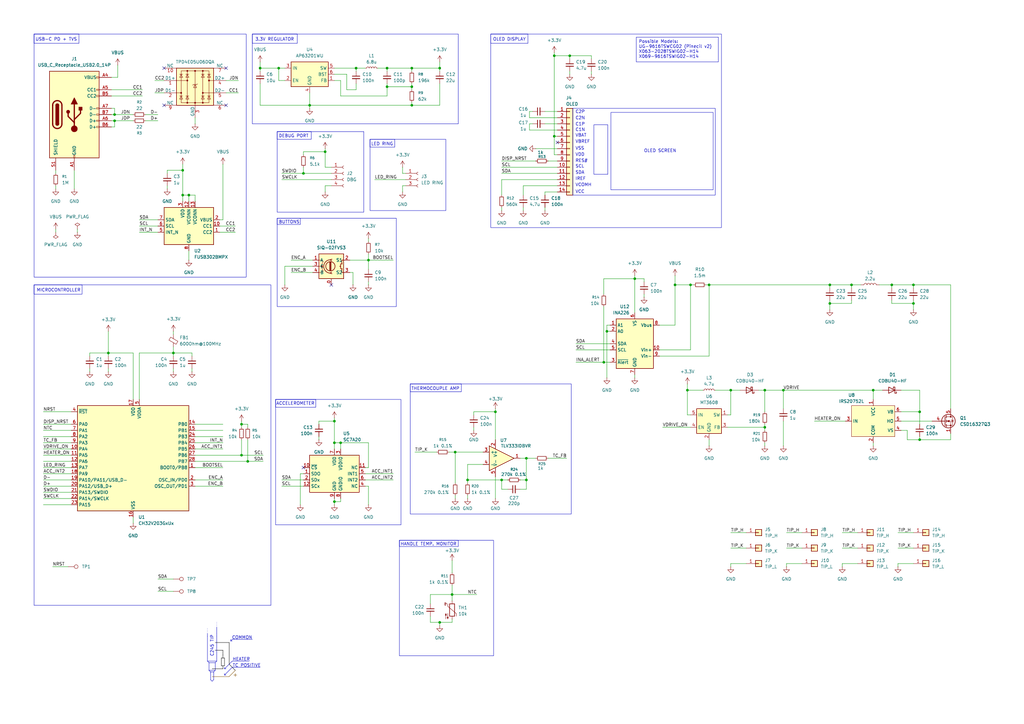
<source format=kicad_sch>
(kicad_sch
	(version 20250114)
	(generator "eeschema")
	(generator_version "9.0")
	(uuid "7095b018-eac3-4b01-b374-28e3216c4fd8")
	(paper "A3")
	
	(rectangle
		(start 113.03 163.83)
		(end 164.465 215.265)
		(stroke
			(width 0)
			(type default)
		)
		(fill
			(type none)
		)
		(uuid 25f66d05-38b5-4a17-99c1-8cad2c92cd3e)
	)
	(rectangle
		(start 13.97 13.97)
		(end 100.965 113.665)
		(stroke
			(width 0)
			(type default)
		)
		(fill
			(type none)
		)
		(uuid 34cfca7f-b72a-4261-a704-f33e6bc4b279)
	)
	(rectangle
		(start 113.03 163.83)
		(end 129.54 167.005)
		(stroke
			(width 0)
			(type default)
		)
		(fill
			(type none)
		)
		(uuid 37b1d202-d0af-4356-9cea-c5377ffdf5c6)
	)
	(rectangle
		(start 168.275 157.48)
		(end 189.23 160.655)
		(stroke
			(width 0)
			(type default)
		)
		(fill
			(type none)
		)
		(uuid 411456a7-808a-4a99-b2e7-4b00b0660778)
	)
	(rectangle
		(start 113.665 89.535)
		(end 123.19 92.075)
		(stroke
			(width 0)
			(type default)
		)
		(fill
			(type none)
		)
		(uuid 51756553-69aa-4f9f-a31a-a60fa2c78053)
	)
	(rectangle
		(start 113.665 53.975)
		(end 149.225 86.995)
		(stroke
			(width 0)
			(type default)
		)
		(fill
			(type none)
		)
		(uuid 5ccf0a54-c09c-402b-8c12-180398bcf0c0)
	)
	(rectangle
		(start 151.765 57.15)
		(end 182.88 86.36)
		(stroke
			(width 0)
			(type default)
		)
		(fill
			(type none)
		)
		(uuid 7ca7d888-0de2-4ee4-9e02-bce99f6c7310)
	)
	(rectangle
		(start 13.97 116.84)
		(end 33.655 120.65)
		(stroke
			(width 0)
			(type default)
		)
		(fill
			(type none)
		)
		(uuid 7d5ee34c-3c30-4116-b034-575f8f5cbca0)
	)
	(rectangle
		(start 113.665 89.535)
		(end 162.56 125.73)
		(stroke
			(width 0)
			(type default)
		)
		(fill
			(type none)
		)
		(uuid 9c119ec4-7162-4594-9de4-9af2e8ac3469)
	)
	(rectangle
		(start 103.505 13.97)
		(end 121.92 17.78)
		(stroke
			(width 0)
			(type default)
		)
		(fill
			(type none)
		)
		(uuid 9d5c2b83-1ad1-4eb5-9c00-115d7cfbb819)
	)
	(rectangle
		(start 168.275 157.48)
		(end 234.315 210.82)
		(stroke
			(width 0)
			(type default)
		)
		(fill
			(type none)
		)
		(uuid a57dfd79-f7b7-44cf-be58-21e0757161fa)
	)
	(rectangle
		(start 13.97 116.84)
		(end 111.125 248.285)
		(stroke
			(width 0)
			(type default)
		)
		(fill
			(type none)
		)
		(uuid a66c837f-d550-4ad5-b67a-1a34b6eaed03)
	)
	(rectangle
		(start 250.571 46.101)
		(end 292.481 77.851)
		(stroke
			(width 0)
			(type default)
		)
		(fill
			(type none)
		)
		(uuid b323df54-646c-4c42-ac5d-c702f5da28df)
	)
	(rectangle
		(start 13.97 13.97)
		(end 32.385 17.78)
		(stroke
			(width 0)
			(type default)
		)
		(fill
			(type none)
		)
		(uuid b41c86f7-a703-4da7-9c7c-3d6f2dbdab0b)
	)
	(rectangle
		(start 163.83 221.615)
		(end 187.96 224.155)
		(stroke
			(width 0)
			(type default)
		)
		(fill
			(type none)
		)
		(uuid b798fff3-5d10-4e4c-948c-461a0845de52)
	)
	(rectangle
		(start 151.765 57.15)
		(end 161.925 60.325)
		(stroke
			(width 0)
			(type default)
		)
		(fill
			(type none)
		)
		(uuid bb60d903-b4fc-4579-917b-d8b1327cda5c)
	)
	(rectangle
		(start 234.95 44.45)
		(end 293.37 80.01)
		(stroke
			(width 0)
			(type default)
		)
		(fill
			(type none)
		)
		(uuid c7ed09f4-c5b0-447c-8527-2fd1a9942fc7)
	)
	(rectangle
		(start 201.295 13.97)
		(end 295.91 93.345)
		(stroke
			(width 0)
			(type default)
		)
		(fill
			(type none)
		)
		(uuid c86b0301-7b25-4d55-b6bd-bf1af0f3ea13)
	)
	(rectangle
		(start 243.586 51.181)
		(end 249.301 71.501)
		(stroke
			(width 0)
			(type default)
		)
		(fill
			(type none)
		)
		(uuid cc173c2c-4802-4b85-8dc1-c0ed1e2586ae)
	)
	(rectangle
		(start 113.665 53.975)
		(end 127.635 57.15)
		(stroke
			(width 0)
			(type default)
		)
		(fill
			(type none)
		)
		(uuid d42d397b-7d5e-44b0-98a1-cec60f91a733)
	)
	(rectangle
		(start 103.505 13.97)
		(end 187.96 50.8)
		(stroke
			(width 0)
			(type default)
		)
		(fill
			(type none)
		)
		(uuid d5e44070-3c31-4662-9265-15546dcb33a9)
	)
	(rectangle
		(start 163.83 221.615)
		(end 202.438 268.986)
		(stroke
			(width 0)
			(type default)
		)
		(fill
			(type none)
		)
		(uuid dc78faa3-7706-462b-aff1-ea2259b8957d)
	)
	(rectangle
		(start 201.295 13.97)
		(end 216.535 17.78)
		(stroke
			(width 0)
			(type default)
		)
		(fill
			(type none)
		)
		(uuid df873f2f-b2dc-4231-b391-da9722f3ee43)
	)
	(text "COMMON"
		(exclude_from_sim no)
		(at 95.123 261.62 0)
		(effects
			(font
				(size 1.27 1.27)
			)
			(justify left)
		)
		(uuid "0da803d8-6a61-4b47-b3c4-8c42b4ebcdd7")
	)
	(text "3.3V REGULATOR"
		(exclude_from_sim no)
		(at 104.648 16.256 0)
		(effects
			(font
				(size 1.27 1.27)
			)
			(justify left)
		)
		(uuid "270c64e9-acc9-4bdf-adf9-51e85a7cfae3")
	)
	(text "C2N"
		(exclude_from_sim no)
		(at 235.966 48.514 0)
		(effects
			(font
				(size 1.27 1.27)
			)
			(justify left)
		)
		(uuid "303735e4-f194-4e97-9ddd-7741146e5965")
	)
	(text "USB-C PD + TVS"
		(exclude_from_sim no)
		(at 14.478 16.256 0)
		(effects
			(font
				(size 1.27 1.27)
			)
			(justify left)
		)
		(uuid "3b53ae36-2320-46df-8526-8d2b0e4cd267")
	)
	(text "BUTTONS"
		(exclude_from_sim no)
		(at 114.3 91.186 0)
		(effects
			(font
				(size 1.27 1.27)
			)
			(justify left)
		)
		(uuid "4ff0d853-92f6-4f02-aa33-1f252be5ef75")
	)
	(text "DEBUG PORT"
		(exclude_from_sim no)
		(at 114.3 55.88 0)
		(effects
			(font
				(size 1.27 1.27)
			)
			(justify left)
		)
		(uuid "5c2c7cad-81d2-418f-aeca-ca54c6312f8c")
	)
	(text "SCL"
		(exclude_from_sim no)
		(at 235.966 68.326 0)
		(effects
			(font
				(size 1.27 1.27)
			)
			(justify left)
		)
		(uuid "63c62cf3-4266-478a-9f68-199034fe5d8b")
	)
	(text "RES#"
		(exclude_from_sim no)
		(at 235.966 66.04 0)
		(effects
			(font
				(size 1.27 1.27)
			)
			(justify left)
		)
		(uuid "6ce3c0b9-bb73-4f4d-8996-df06398c02e3")
	)
	(text "C1P"
		(exclude_from_sim no)
		(at 235.966 51.054 0)
		(effects
			(font
				(size 1.27 1.27)
			)
			(justify left)
		)
		(uuid "6d196f00-fda4-408a-b16f-63e268646b7a")
	)
	(text "ACCELEROMETER"
		(exclude_from_sim no)
		(at 121.158 165.608 0)
		(effects
			(font
				(size 1.27 1.27)
			)
		)
		(uuid "6d3cce01-49eb-4036-848c-880563d726ff")
	)
	(text "HEATER"
		(exclude_from_sim no)
		(at 95.377 270.51 0)
		(effects
			(font
				(size 1.27 1.27)
			)
			(justify left)
		)
		(uuid "6f935533-365b-4490-a199-60d1f885e9c5")
	)
	(text "IREF"
		(exclude_from_sim no)
		(at 235.966 73.406 0)
		(effects
			(font
				(size 1.27 1.27)
			)
			(justify left)
		)
		(uuid "78269562-db7d-4f9c-9409-11de08793bfa")
	)
	(text "C1N"
		(exclude_from_sim no)
		(at 235.966 53.34 0)
		(effects
			(font
				(size 1.27 1.27)
			)
			(justify left)
		)
		(uuid "86eaf89d-7735-48bc-8adf-2c6d7e1c9267")
	)
	(text "C2P"
		(exclude_from_sim no)
		(at 235.966 45.974 0)
		(effects
			(font
				(size 1.27 1.27)
			)
			(justify left)
		)
		(uuid "88767c22-62f5-491f-8191-e622ce50d549")
	)
	(text "VDD"
		(exclude_from_sim no)
		(at 235.966 63.5 0)
		(effects
			(font
				(size 1.27 1.27)
			)
			(justify left)
		)
		(uuid "98ea20d6-f789-4c9a-9d2d-ddf9c4e55ce3")
	)
	(text "HANDLE TEMP. MONITOR"
		(exclude_from_sim no)
		(at 175.768 223.266 0)
		(effects
			(font
				(size 1.27 1.27)
			)
		)
		(uuid "9cf9be48-0da6-4698-b802-905b4321ec7e")
	)
	(text "TC POSITIVE"
		(exclude_from_sim no)
		(at 95.377 273.05 0)
		(effects
			(font
				(size 1.27 1.27)
			)
			(justify left)
		)
		(uuid "9da3b577-a0bb-4c33-9c3c-e8388ac87829")
	)
	(text "OLED SCREEN"
		(exclude_from_sim no)
		(at 270.764 61.976 0)
		(effects
			(font
				(size 1.27 1.27)
			)
		)
		(uuid "a7d4d929-dbaa-411d-a847-37e4617db2b8")
	)
	(text "VCC"
		(exclude_from_sim no)
		(at 235.966 78.74 0)
		(effects
			(font
				(size 1.27 1.27)
			)
			(justify left)
		)
		(uuid "c0b5be38-ee7a-4c62-b666-9455a24b9bdf")
	)
	(text "SDA"
		(exclude_from_sim no)
		(at 235.966 70.866 0)
		(effects
			(font
				(size 1.27 1.27)
			)
			(justify left)
		)
		(uuid "d1f23843-c159-4734-816f-e3ebdc7225d4")
	)
	(text "VBREF"
		(exclude_from_sim no)
		(at 235.966 58.166 0)
		(effects
			(font
				(size 1.27 1.27)
			)
			(justify left)
		)
		(uuid "dc92fbc2-eb7d-47ac-891e-6de1528c9506")
	)
	(text "OLED DISPLAY"
		(exclude_from_sim no)
		(at 202.184 16.256 0)
		(effects
			(font
				(size 1.27 1.27)
			)
			(justify left)
		)
		(uuid "e1182865-9cf6-484e-b369-4d8124243a24")
	)
	(text "VBAT"
		(exclude_from_sim no)
		(at 235.966 55.626 0)
		(effects
			(font
				(size 1.27 1.27)
			)
			(justify left)
		)
		(uuid "e5136794-6a5a-4728-b4d0-e47266a8ec2c")
	)
	(text "VSS"
		(exclude_from_sim no)
		(at 235.966 60.96 0)
		(effects
			(font
				(size 1.27 1.27)
			)
			(justify left)
		)
		(uuid "e5277a5c-1568-43ec-ab65-5c403a9ddad3")
	)
	(text "VCOMH"
		(exclude_from_sim no)
		(at 235.966 75.946 0)
		(effects
			(font
				(size 1.27 1.27)
			)
			(justify left)
		)
		(uuid "e677c7ab-e79d-4a1c-8a88-4a56ca5d6b79")
	)
	(text "THERMOCOUPLE AMP"
		(exclude_from_sim no)
		(at 178.562 159.512 0)
		(effects
			(font
				(size 1.27 1.27)
			)
		)
		(uuid "e865e2d4-df9a-47d7-8bc3-1d543675c813")
	)
	(text "C245 TIP"
		(exclude_from_sim no)
		(at 86.995 264.922 90)
		(effects
			(font
				(size 1.27 1.27)
			)
		)
		(uuid "ec1ed9c1-072b-4c68-8764-5736b7bc8d68")
	)
	(text "LED RING"
		(exclude_from_sim no)
		(at 156.718 59.182 0)
		(effects
			(font
				(size 1.27 1.27)
			)
		)
		(uuid "eebaafe7-13f6-4495-a884-67f3bb5c6ce1")
	)
	(text "MICROCONTROLLER"
		(exclude_from_sim no)
		(at 14.986 119.126 0)
		(effects
			(font
				(size 1.27 1.27)
			)
			(justify left)
		)
		(uuid "f4202bbd-17db-406a-9b6f-417fe43fdaab")
	)
	(text_box "Possible Models:\nUG-9616TSWCG02 (Pinecil v2)\nX063-2028TSWIG02-H14\nX069-9616TSWIG02-H14"
		(exclude_from_sim no)
		(at 260.985 15.24 0)
		(size 33.655 10.16)
		(margins 0.9525 0.9525 0.9525 0.9525)
		(stroke
			(width 0)
			(type solid)
		)
		(fill
			(type none)
		)
		(effects
			(font
				(size 1.27 1.27)
			)
			(justify left top)
		)
		(uuid "aff1d92e-7948-41af-95d4-eec0b0d11729")
	)
	(junction
		(at 340.36 116.84)
		(diameter 0)
		(color 0 0 0 0)
		(uuid "0249d269-810c-4792-bcad-62c507e2feae")
	)
	(junction
		(at 299.72 160.02)
		(diameter 0)
		(color 0 0 0 0)
		(uuid "07d79252-3cfe-49d3-a697-b5180f951c75")
	)
	(junction
		(at 146.05 27.94)
		(diameter 0)
		(color 0 0 0 0)
		(uuid "0acd8611-5527-40f7-90a3-5c60d1adc1d0")
	)
	(junction
		(at 283.21 116.84)
		(diameter 0)
		(color 0 0 0 0)
		(uuid "1ddbe419-3595-4df3-a72f-7cf030e34ac4")
	)
	(junction
		(at 99.06 173.99)
		(diameter 0)
		(color 0 0 0 0)
		(uuid "22bc19a2-e590-4ae5-87e1-2c346112c753")
	)
	(junction
		(at 377.19 180.34)
		(diameter 0)
		(color 0 0 0 0)
		(uuid "253e7a83-9b7c-4d4c-b8d1-7fbacce38609")
	)
	(junction
		(at 290.83 116.84)
		(diameter 0)
		(color 0 0 0 0)
		(uuid "344187d9-c96b-45fd-8f6c-b46a99aead8f")
	)
	(junction
		(at 101.6 189.23)
		(diameter 0)
		(color 0 0 0 0)
		(uuid "39afbb62-f4d9-47c5-b1ec-6bf8308a9b0e")
	)
	(junction
		(at 203.2 168.91)
		(diameter 0)
		(color 0 0 0 0)
		(uuid "3f9bcc33-18ad-48ec-8047-f514eddb9bd3")
	)
	(junction
		(at 358.14 160.02)
		(diameter 0)
		(color 0 0 0 0)
		(uuid "4022ea02-a839-4e77-8442-99daabad0cb4")
	)
	(junction
		(at 340.36 124.46)
		(diameter 0)
		(color 0 0 0 0)
		(uuid "43942d84-b87b-4f4a-adb8-d0b0fad21d24")
	)
	(junction
		(at 377.19 168.91)
		(diameter 0)
		(color 0 0 0 0)
		(uuid "45cd84fd-2fd0-4481-9f27-779c4e05a620")
	)
	(junction
		(at 191.77 196.85)
		(diameter 0)
		(color 0 0 0 0)
		(uuid "4793f579-9960-4fea-a983-16516b9a6a74")
	)
	(junction
		(at 281.94 160.02)
		(diameter 0)
		(color 0 0 0 0)
		(uuid "4c2788f8-2f3d-4c09-bf35-9265ddb84f5d")
	)
	(junction
		(at 158.75 27.94)
		(diameter 0)
		(color 0 0 0 0)
		(uuid "4e457d4d-37fd-4b51-a420-85ebb8dc04c5")
	)
	(junction
		(at 168.91 35.56)
		(diameter 0)
		(color 0 0 0 0)
		(uuid "57d2e74f-9c65-42d1-a47a-8230db07f92e")
	)
	(junction
		(at 137.16 181.61)
		(diameter 0)
		(color 0 0 0 0)
		(uuid "589eff9d-eed1-4df5-98d6-26b7c768b426")
	)
	(junction
		(at 180.34 255.27)
		(diameter 0)
		(color 0 0 0 0)
		(uuid "5d928225-5b9c-48d4-87e3-c9458e645c2a")
	)
	(junction
		(at 46.99 49.53)
		(diameter 0)
		(color 0 0 0 0)
		(uuid "5e8d1cf7-167e-4030-9f28-7c115ea5395b")
	)
	(junction
		(at 227.33 55.88)
		(diameter 0)
		(color 0 0 0 0)
		(uuid "5fbb3de9-86ee-49ad-a284-eb55f1cc692a")
	)
	(junction
		(at 168.91 43.18)
		(diameter 0)
		(color 0 0 0 0)
		(uuid "660d2309-d1aa-4d86-b95c-854e50c0a293")
	)
	(junction
		(at 168.91 27.94)
		(diameter 0)
		(color 0 0 0 0)
		(uuid "691dc945-779c-4911-8f56-5300f4d58275")
	)
	(junction
		(at 233.68 22.86)
		(diameter 0)
		(color 0 0 0 0)
		(uuid "73b54f8a-8892-4f5c-ad2f-0a2e6cc384c3")
	)
	(junction
		(at 205.74 196.85)
		(diameter 0)
		(color 0 0 0 0)
		(uuid "77d052f3-f174-4ac4-b7f3-74fd8cd4f0e2")
	)
	(junction
		(at 260.35 114.3)
		(diameter 0)
		(color 0 0 0 0)
		(uuid "7d3edf29-0a34-493b-a403-4e5e153d29fc")
	)
	(junction
		(at 313.69 160.02)
		(diameter 0)
		(color 0 0 0 0)
		(uuid "81928cab-d290-47f7-99c7-9c8f417d4c4e")
	)
	(junction
		(at 137.16 172.72)
		(diameter 0)
		(color 0 0 0 0)
		(uuid "84b1d133-5555-4f34-9259-4c4a00397909")
	)
	(junction
		(at 158.75 35.56)
		(diameter 0)
		(color 0 0 0 0)
		(uuid "85eb43cd-2fb7-4c1a-b0ce-7e338a2da686")
	)
	(junction
		(at 215.9 196.85)
		(diameter 0)
		(color 0 0 0 0)
		(uuid "879d8513-8c12-4c71-805b-cfd0566ce6a8")
	)
	(junction
		(at 248.92 135.89)
		(diameter 0)
		(color 0 0 0 0)
		(uuid "87bdbf96-3d48-4981-b994-dfde82d815de")
	)
	(junction
		(at 276.86 116.84)
		(diameter 0)
		(color 0 0 0 0)
		(uuid "8921e9ca-0ecf-4755-b5c2-d0084cccd6cf")
	)
	(junction
		(at 99.06 186.69)
		(diameter 0)
		(color 0 0 0 0)
		(uuid "8f91cdd6-9b8f-41e7-aba5-783e4c94f1c2")
	)
	(junction
		(at 349.25 116.84)
		(diameter 0)
		(color 0 0 0 0)
		(uuid "924a9453-b138-4112-9cf9-cdd7d6fd271f")
	)
	(junction
		(at 227.33 22.86)
		(diameter 0)
		(color 0 0 0 0)
		(uuid "9531702c-c6a6-4297-8a10-64a5c6fc90b3")
	)
	(junction
		(at 374.65 124.46)
		(diameter 0)
		(color 0 0 0 0)
		(uuid "9ce0d5f7-a196-42ba-865b-78bc41279af1")
	)
	(junction
		(at 44.45 144.78)
		(diameter 0)
		(color 0 0 0 0)
		(uuid "9fa2ea7a-f50f-4f59-8f6e-1d8cc4b4f22f")
	)
	(junction
		(at 74.93 80.01)
		(diameter 0)
		(color 0 0 0 0)
		(uuid "a102cd63-af1a-49b4-9201-df06578d4c1f")
	)
	(junction
		(at 186.69 185.42)
		(diameter 0)
		(color 0 0 0 0)
		(uuid "abfdf2ca-6d75-42e4-bc8a-926f6a715c4d")
	)
	(junction
		(at 215.9 187.96)
		(diameter 0)
		(color 0 0 0 0)
		(uuid "aff6f7cf-f995-4965-9b70-2f6e1afd3257")
	)
	(junction
		(at 185.42 243.84)
		(diameter 0)
		(color 0 0 0 0)
		(uuid "c4f19431-f823-4a18-902b-e25529b1c304")
	)
	(junction
		(at 71.12 144.78)
		(diameter 0)
		(color 0 0 0 0)
		(uuid "cbafbc4a-ea32-4bc2-8303-c740f3149d9b")
	)
	(junction
		(at 151.13 106.68)
		(diameter 0)
		(color 0 0 0 0)
		(uuid "cbfb9910-a9c3-4d1d-beaf-ad4934f7e32e")
	)
	(junction
		(at 313.69 175.26)
		(diameter 0)
		(color 0 0 0 0)
		(uuid "cc109a5d-bdf8-421c-800f-f4fb1ea8fcea")
	)
	(junction
		(at 127 43.18)
		(diameter 0)
		(color 0 0 0 0)
		(uuid "d049456d-20ee-4308-a384-c295c5fb64a1")
	)
	(junction
		(at 77.47 80.01)
		(diameter 0)
		(color 0 0 0 0)
		(uuid "d075905e-0ee9-4e4e-bc8b-46248e59d6b7")
	)
	(junction
		(at 137.16 205.74)
		(diameter 0)
		(color 0 0 0 0)
		(uuid "d3c0ec6c-e13a-496a-ad1c-ba60afc46b96")
	)
	(junction
		(at 46.99 46.99)
		(diameter 0)
		(color 0 0 0 0)
		(uuid "d3cb3929-1383-43bf-9aa0-8d6179547879")
	)
	(junction
		(at 365.76 116.84)
		(diameter 0)
		(color 0 0 0 0)
		(uuid "d6376345-e63e-469e-b947-b621d80200ca")
	)
	(junction
		(at 374.65 116.84)
		(diameter 0)
		(color 0 0 0 0)
		(uuid "d9505c24-ab59-4a1d-8ead-8359d37f8315")
	)
	(junction
		(at 74.93 69.85)
		(diameter 0)
		(color 0 0 0 0)
		(uuid "dced1970-c9d1-4fca-aa68-57578fbeec87")
	)
	(junction
		(at 133.35 62.23)
		(diameter 0)
		(color 0 0 0 0)
		(uuid "dd645f38-5944-4257-9764-2d12bcf783d9")
	)
	(junction
		(at 124.46 71.12)
		(diameter 0)
		(color 0 0 0 0)
		(uuid "e0c9883b-d031-4a61-9fde-76739f501e2c")
	)
	(junction
		(at 321.31 160.02)
		(diameter 0)
		(color 0 0 0 0)
		(uuid "e5115188-7348-4d7f-9464-18609567d3fc")
	)
	(junction
		(at 114.3 27.94)
		(diameter 0)
		(color 0 0 0 0)
		(uuid "e80bc681-7695-43f3-a2bd-d411c7e86409")
	)
	(junction
		(at 139.7 181.61)
		(diameter 0)
		(color 0 0 0 0)
		(uuid "ea9ea449-1699-40d7-8a1c-89a1d2111f96")
	)
	(junction
		(at 180.34 27.94)
		(diameter 0)
		(color 0 0 0 0)
		(uuid "efddc068-f25b-4568-b3c6-1c6aa0f4c97e")
	)
	(junction
		(at 106.68 27.94)
		(diameter 0)
		(color 0 0 0 0)
		(uuid "f1df4cab-d95d-4e21-b204-cc5686c3ccd2")
	)
	(junction
		(at 247.65 148.59)
		(diameter 0)
		(color 0 0 0 0)
		(uuid "f7b295b6-cf9f-4869-a52e-c95688582c78")
	)
	(no_connect
		(at 92.71 43.18)
		(uuid "46b4ccbc-24ab-4899-8505-9a1bc9336197")
	)
	(no_connect
		(at 67.31 27.94)
		(uuid "613b3790-5218-413f-a343-e26aa4ea4b95")
	)
	(no_connect
		(at 228.6 58.42)
		(uuid "8d801d13-32fe-4e34-8cc5-b8a86a497023")
	)
	(no_connect
		(at 124.46 191.77)
		(uuid "bb17c601-45a1-4eb6-aaaf-eada3efdd523")
	)
	(no_connect
		(at 67.31 43.18)
		(uuid "c9b41e3a-80a4-4410-be4c-91975e86700a")
	)
	(no_connect
		(at 135.89 116.84)
		(uuid "d8cbb7b8-f348-43ed-b12a-7c884625729d")
	)
	(no_connect
		(at 92.71 27.94)
		(uuid "e9fc4535-1911-4390-b5e2-c282d53c9319")
	)
	(wire
		(pts
			(xy 99.06 186.69) (xy 107.95 186.69)
		)
		(stroke
			(width 0)
			(type default)
		)
		(uuid "00dc7f33-0b4e-4099-8479-24293b9aabac")
	)
	(wire
		(pts
			(xy 149.86 196.85) (xy 161.29 196.85)
		)
		(stroke
			(width 0)
			(type default)
		)
		(uuid "0156bf95-e162-433c-99c7-904c2f68448d")
	)
	(wire
		(pts
			(xy 306.07 231.14) (xy 299.72 231.14)
		)
		(stroke
			(width 0)
			(type default)
		)
		(uuid "01731df4-405d-4159-8024-ddbfe44e4824")
	)
	(wire
		(pts
			(xy 180.34 25.4) (xy 180.34 27.94)
		)
		(stroke
			(width 0)
			(type default)
		)
		(uuid "0280334b-627a-4233-a676-012a207d9298")
	)
	(wire
		(pts
			(xy 123.19 194.31) (xy 124.46 194.31)
		)
		(stroke
			(width 0)
			(type default)
		)
		(uuid "03f9526b-c252-4cea-a8ec-81306ff6df76")
	)
	(wire
		(pts
			(xy 260.35 153.67) (xy 260.35 154.94)
		)
		(stroke
			(width 0)
			(type default)
		)
		(uuid "045736e4-e075-41e5-b1c9-53ded6fc813c")
	)
	(wire
		(pts
			(xy 63.5 38.1) (xy 67.31 38.1)
		)
		(stroke
			(width 0)
			(type default)
		)
		(uuid "057a48eb-9b1d-42a5-bf44-6985b9321748")
	)
	(polyline
		(pts
			(xy 94.615 262.89) (xy 95.25 262.89)
		)
		(stroke
			(width 0)
			(type default)
		)
		(uuid "061e75a6-db12-4875-bb49-acc7a02aa4eb")
	)
	(wire
		(pts
			(xy 227.33 55.88) (xy 228.6 55.88)
		)
		(stroke
			(width 0)
			(type default)
		)
		(uuid "06a39b25-e5c0-48bf-8f66-6ff9e46efda7")
	)
	(polyline
		(pts
			(xy 93.98 263.525) (xy 93.98 272.415)
		)
		(stroke
			(width 0)
			(type solid)
			(color 0 0 0 1)
		)
		(uuid "076917fa-25ee-47d3-b2b0-165b02f01f24")
	)
	(wire
		(pts
			(xy 68.58 69.85) (xy 74.93 69.85)
		)
		(stroke
			(width 0)
			(type default)
		)
		(uuid "088c7699-190e-4234-9815-fffe11d5ef7a")
	)
	(wire
		(pts
			(xy 299.72 160.02) (xy 299.72 170.18)
		)
		(stroke
			(width 0)
			(type default)
		)
		(uuid "08ca60c2-d79a-4019-861d-7c88280594b9")
	)
	(wire
		(pts
			(xy 68.58 76.2) (xy 68.58 77.47)
		)
		(stroke
			(width 0)
			(type default)
		)
		(uuid "090443bb-96fb-4f06-ac72-191a7f6e15f4")
	)
	(wire
		(pts
			(xy 96.52 95.25) (xy 90.17 95.25)
		)
		(stroke
			(width 0)
			(type default)
		)
		(uuid "091df10a-a778-479d-8cbf-324751cb3cc5")
	)
	(wire
		(pts
			(xy 115.57 199.39) (xy 124.46 199.39)
		)
		(stroke
			(width 0)
			(type default)
		)
		(uuid "093a4bfc-aabd-4586-948a-1580d9afeffa")
	)
	(wire
		(pts
			(xy 45.72 36.83) (xy 58.42 36.83)
		)
		(stroke
			(width 0)
			(type default)
		)
		(uuid "098337dc-d67f-4f92-9e59-aa0530495823")
	)
	(wire
		(pts
			(xy 369.57 168.91) (xy 377.19 168.91)
		)
		(stroke
			(width 0)
			(type default)
		)
		(uuid "0991fc57-c77d-4d8b-a7f5-93559a71531e")
	)
	(wire
		(pts
			(xy 368.3 218.44) (xy 374.65 218.44)
		)
		(stroke
			(width 0)
			(type default)
		)
		(uuid "0b3b1be4-2c7f-47f2-886c-9ff27992e090")
	)
	(wire
		(pts
			(xy 283.21 170.18) (xy 281.94 170.18)
		)
		(stroke
			(width 0)
			(type default)
		)
		(uuid "0bdd0dd3-1438-4145-a164-7482936ecc91")
	)
	(wire
		(pts
			(xy 358.14 181.61) (xy 358.14 182.88)
		)
		(stroke
			(width 0)
			(type default)
		)
		(uuid "0c9fa1d8-a413-4dad-b1e6-53724d6877dc")
	)
	(wire
		(pts
			(xy 80.01 184.15) (xy 91.44 184.15)
		)
		(stroke
			(width 0)
			(type default)
		)
		(uuid "0d0fb7d8-cf76-4ea3-b43e-0043f449d33e")
	)
	(wire
		(pts
			(xy 377.19 179.07) (xy 377.19 180.34)
		)
		(stroke
			(width 0)
			(type default)
		)
		(uuid "0d1d8e67-44be-4e93-8637-8b77df712344")
	)
	(wire
		(pts
			(xy 106.68 34.29) (xy 106.68 43.18)
		)
		(stroke
			(width 0)
			(type default)
		)
		(uuid "0d1da041-1604-484f-8588-64418e6780df")
	)
	(wire
		(pts
			(xy 281.94 157.48) (xy 281.94 160.02)
		)
		(stroke
			(width 0)
			(type default)
		)
		(uuid "0d6f32d5-98ad-41ed-b781-51035ba32ce2")
	)
	(polyline
		(pts
			(xy 99.695 273.685) (xy 106.68 273.685)
		)
		(stroke
			(width 0)
			(type default)
		)
		(uuid "0efdd063-1445-49ad-b269-05e1548bd623")
	)
	(wire
		(pts
			(xy 369.57 160.02) (xy 377.19 160.02)
		)
		(stroke
			(width 0)
			(type default)
		)
		(uuid "0f2a8a4d-3e10-44bf-9ebb-4b69f6c43acb")
	)
	(wire
		(pts
			(xy 176.53 243.84) (xy 185.42 243.84)
		)
		(stroke
			(width 0)
			(type default)
		)
		(uuid "0f8627da-dc1e-4504-acfc-120e3647c5b5")
	)
	(wire
		(pts
			(xy 17.78 191.77) (xy 29.21 191.77)
		)
		(stroke
			(width 0)
			(type default)
		)
		(uuid "0f968ad1-38fa-43f3-a9ca-eaab57060db2")
	)
	(wire
		(pts
			(xy 214.63 85.09) (xy 214.63 86.36)
		)
		(stroke
			(width 0)
			(type default)
		)
		(uuid "0fdf5b0f-14a7-4ff5-aee8-91dcf3e80430")
	)
	(wire
		(pts
			(xy 168.91 35.56) (xy 158.75 35.56)
		)
		(stroke
			(width 0)
			(type default)
		)
		(uuid "1190a964-f3bd-43e5-a242-6444d80cf4b2")
	)
	(polyline
		(pts
			(xy 86.995 277.495) (xy 93.98 277.495)
		)
		(stroke
			(width 0)
			(type solid)
			(color 128 77 0 1)
		)
		(uuid "11cf35b8-cd1b-4b18-8246-50d401672c42")
	)
	(wire
		(pts
			(xy 321.31 167.64) (xy 321.31 160.02)
		)
		(stroke
			(width 0)
			(type default)
		)
		(uuid "1213dcc9-1528-4b78-b712-6cdbea454856")
	)
	(wire
		(pts
			(xy 191.77 196.85) (xy 191.77 190.5)
		)
		(stroke
			(width 0)
			(type default)
		)
		(uuid "12f02fb2-28a7-4766-ae13-424545151178")
	)
	(wire
		(pts
			(xy 137.16 181.61) (xy 137.16 184.15)
		)
		(stroke
			(width 0)
			(type default)
		)
		(uuid "135c080a-b87a-42f2-bd23-e8f54c5ee6c7")
	)
	(wire
		(pts
			(xy 165.1 78.74) (xy 165.1 76.2)
		)
		(stroke
			(width 0)
			(type default)
		)
		(uuid "13a8fbae-4055-4538-a775-7561035458e6")
	)
	(wire
		(pts
			(xy 191.77 196.85) (xy 205.74 196.85)
		)
		(stroke
			(width 0)
			(type default)
		)
		(uuid "13e7537a-edd6-43d5-8bb0-f6eb3d491016")
	)
	(wire
		(pts
			(xy 215.9 196.85) (xy 215.9 187.96)
		)
		(stroke
			(width 0)
			(type default)
		)
		(uuid "1427c6b1-5293-499b-9663-f54121cc8ca4")
	)
	(wire
		(pts
			(xy 48.26 31.75) (xy 48.26 26.67)
		)
		(stroke
			(width 0)
			(type default)
		)
		(uuid "14b83c6b-fa77-4ec1-b020-d89f490dd1db")
	)
	(wire
		(pts
			(xy 374.65 116.84) (xy 374.65 118.11)
		)
		(stroke
			(width 0)
			(type default)
		)
		(uuid "154f7824-5e3a-4df6-a265-e8ad4cf18628")
	)
	(wire
		(pts
			(xy 119.38 106.68) (xy 128.27 106.68)
		)
		(stroke
			(width 0)
			(type default)
		)
		(uuid "15d75b7e-53c1-4b3b-bead-3e9845084cb1")
	)
	(wire
		(pts
			(xy 203.2 167.64) (xy 203.2 168.91)
		)
		(stroke
			(width 0)
			(type default)
		)
		(uuid "16a235b6-6479-41c3-934b-5990cd87fafe")
	)
	(wire
		(pts
			(xy 227.33 55.88) (xy 227.33 63.5)
		)
		(stroke
			(width 0)
			(type default)
		)
		(uuid "16a6ad92-1a6b-4d2b-93f1-5652f5947dbb")
	)
	(wire
		(pts
			(xy 168.91 29.21) (xy 168.91 27.94)
		)
		(stroke
			(width 0)
			(type default)
		)
		(uuid "16beecb1-a5ab-433f-9aa9-d5c8af0be23d")
	)
	(polyline
		(pts
			(xy 95.885 276.86) (xy 97.155 276.86)
		)
		(stroke
			(width 0)
			(type solid)
			(color 128 77 0 1)
		)
		(uuid "17532791-aaa0-48e6-a3d3-84b5cfe2ffdf")
	)
	(wire
		(pts
			(xy 45.72 52.07) (xy 46.99 52.07)
		)
		(stroke
			(width 0)
			(type default)
		)
		(uuid "18438b3a-827e-4972-b4d2-e39627126fd2")
	)
	(wire
		(pts
			(xy 17.78 186.69) (xy 29.21 186.69)
		)
		(stroke
			(width 0)
			(type default)
		)
		(uuid "185cc638-609c-4acf-9a83-434d47f9bece")
	)
	(wire
		(pts
			(xy 322.58 218.44) (xy 328.93 218.44)
		)
		(stroke
			(width 0)
			(type default)
		)
		(uuid "186284b8-bd67-4889-90c2-387a38831a45")
	)
	(wire
		(pts
			(xy 321.31 160.02) (xy 313.69 160.02)
		)
		(stroke
			(width 0)
			(type default)
		)
		(uuid "18853170-98c0-4142-a886-9b88272679cd")
	)
	(wire
		(pts
			(xy 281.94 170.18) (xy 281.94 160.02)
		)
		(stroke
			(width 0)
			(type default)
		)
		(uuid "19c2bb4e-b6a2-428b-b46d-e50a0b5d9ad9")
	)
	(wire
		(pts
			(xy 17.78 201.93) (xy 29.21 201.93)
		)
		(stroke
			(width 0)
			(type default)
		)
		(uuid "1a675778-1e38-4114-a392-a674b2dc8fa9")
	)
	(wire
		(pts
			(xy 290.83 116.84) (xy 290.83 146.05)
		)
		(stroke
			(width 0)
			(type default)
		)
		(uuid "1a894749-5980-44f8-be8f-1f0ca672c7df")
	)
	(wire
		(pts
			(xy 71.12 135.89) (xy 71.12 137.16)
		)
		(stroke
			(width 0)
			(type default)
		)
		(uuid "1ae0b9e3-10e0-4c50-8291-792664f6f6ce")
	)
	(wire
		(pts
			(xy 377.19 180.34) (xy 389.89 180.34)
		)
		(stroke
			(width 0)
			(type default)
		)
		(uuid "1b77d230-b149-4ebc-9500-892f807d9feb")
	)
	(wire
		(pts
			(xy 176.53 255.27) (xy 176.53 252.73)
		)
		(stroke
			(width 0)
			(type default)
		)
		(uuid "1b9cd177-a46a-4a5a-81a3-e55bb87811dd")
	)
	(wire
		(pts
			(xy 101.6 175.26) (xy 101.6 173.99)
		)
		(stroke
			(width 0)
			(type default)
		)
		(uuid "1beeb275-c1cd-4b8f-a12a-830eb9c2286d")
	)
	(wire
		(pts
			(xy 80.01 199.39) (xy 91.44 199.39)
		)
		(stroke
			(width 0)
			(type default)
		)
		(uuid "1c31a3a0-71be-4869-aecb-fe7720f70370")
	)
	(polyline
		(pts
			(xy 91.44 268.605) (xy 91.44 269.875)
		)
		(stroke
			(width 0)
			(type solid)
			(color 0 0 0 1)
		)
		(uuid "1cb32bb3-76dc-4823-be3a-ee1c82fb9d6e")
	)
	(wire
		(pts
			(xy 345.44 231.14) (xy 351.79 231.14)
		)
		(stroke
			(width 0)
			(type default)
		)
		(uuid "1cf9f715-8924-4551-8321-2cb14bcb7a4b")
	)
	(wire
		(pts
			(xy 168.91 43.18) (xy 127 43.18)
		)
		(stroke
			(width 0)
			(type default)
		)
		(uuid "1efe1ac7-40f4-4f17-9d42-17e1c9f0de6b")
	)
	(polyline
		(pts
			(xy 94.615 262.89) (xy 95.25 262.255)
		)
		(stroke
			(width 0)
			(type default)
		)
		(uuid "1fc62f63-6cba-4ff0-930d-1f292e0bfa84")
	)
	(wire
		(pts
			(xy 80.01 181.61) (xy 91.44 181.61)
		)
		(stroke
			(width 0)
			(type default)
		)
		(uuid "1fd72b09-6ab8-4dc4-8f0b-ca67c9a74253")
	)
	(wire
		(pts
			(xy 68.58 71.12) (xy 68.58 69.85)
		)
		(stroke
			(width 0)
			(type default)
		)
		(uuid "202b5c7b-0b11-4522-bc46-256551c46d63")
	)
	(wire
		(pts
			(xy 116.84 27.94) (xy 114.3 27.94)
		)
		(stroke
			(width 0)
			(type default)
		)
		(uuid "202f5003-0a48-4fcb-962b-eb5d0b2eea8c")
	)
	(polyline
		(pts
			(xy 85.09 271.145) (xy 88.9 271.145)
		)
		(stroke
			(width 0)
			(type default)
		)
		(uuid "20c289f8-34a5-48ed-8d32-b4b9e5521011")
	)
	(wire
		(pts
			(xy 77.47 102.87) (xy 77.47 106.68)
		)
		(stroke
			(width 0)
			(type default)
		)
		(uuid "21a2f101-e4da-4991-a949-92df212cf85b")
	)
	(polyline
		(pts
			(xy 95.25 262.255) (xy 103.505 262.255)
		)
		(stroke
			(width 0)
			(type default)
		)
		(uuid "225ad2a0-3f91-4b41-b14c-33002ef325b8")
	)
	(wire
		(pts
			(xy 180.34 43.18) (xy 168.91 43.18)
		)
		(stroke
			(width 0)
			(type default)
		)
		(uuid "228d2b28-0e5e-4a0f-9a64-60ca034456d5")
	)
	(wire
		(pts
			(xy 22.86 69.85) (xy 22.86 71.12)
		)
		(stroke
			(width 0)
			(type default)
		)
		(uuid "22ceb097-bc74-4764-aecd-0b980944d711")
	)
	(wire
		(pts
			(xy 299.72 224.79) (xy 306.07 224.79)
		)
		(stroke
			(width 0)
			(type default)
		)
		(uuid "234d1ba8-847a-498b-b1ae-e4eb0f0e2c2e")
	)
	(polyline
		(pts
			(xy 93.98 277.495) (xy 96.52 274.955)
		)
		(stroke
			(width 0)
			(type solid)
			(color 128 77 0 1)
		)
		(uuid "23b27315-c748-4e5f-bfe8-f12b825cfb87")
	)
	(wire
		(pts
			(xy 168.91 34.29) (xy 168.91 35.56)
		)
		(stroke
			(width 0)
			(type default)
		)
		(uuid "24d5a81f-7436-4451-bff0-11fbe42d2c28")
	)
	(wire
		(pts
			(xy 368.3 231.14) (xy 374.65 231.14)
		)
		(stroke
			(width 0)
			(type default)
		)
		(uuid "2616a777-c896-4d19-9dd1-44f1b40faa16")
	)
	(wire
		(pts
			(xy 340.36 123.19) (xy 340.36 124.46)
		)
		(stroke
			(width 0)
			(type default)
		)
		(uuid "262148e9-abf9-4df4-8abe-6bc1166237b2")
	)
	(wire
		(pts
			(xy 345.44 224.79) (xy 351.79 224.79)
		)
		(stroke
			(width 0)
			(type default)
		)
		(uuid "28258bd8-18c4-469b-be71-ef9ab42f0cf4")
	)
	(wire
		(pts
			(xy 208.28 200.66) (xy 205.74 200.66)
		)
		(stroke
			(width 0)
			(type default)
		)
		(uuid "28f9a714-ce47-4a87-9eba-39a2e1e51e21")
	)
	(wire
		(pts
			(xy 158.75 39.37) (xy 139.7 39.37)
		)
		(stroke
			(width 0)
			(type default)
		)
		(uuid "296133f5-2a32-47e9-994c-67f3c4c032fa")
	)
	(wire
		(pts
			(xy 46.99 44.45) (xy 46.99 46.99)
		)
		(stroke
			(width 0)
			(type default)
		)
		(uuid "2b6c7f04-a093-4524-90eb-496f9f787527")
	)
	(wire
		(pts
			(xy 205.74 73.66) (xy 205.74 80.01)
		)
		(stroke
			(width 0)
			(type default)
		)
		(uuid "2c6750b6-74c7-4d32-8f14-8af4353a5366")
	)
	(wire
		(pts
			(xy 127 43.18) (xy 127 44.45)
		)
		(stroke
			(width 0)
			(type default)
		)
		(uuid "2caf9a90-c3fc-4061-b393-2a0dec203c07")
	)
	(wire
		(pts
			(xy 270.51 146.05) (xy 290.83 146.05)
		)
		(stroke
			(width 0)
			(type default)
		)
		(uuid "2d33e4d5-c7ce-4694-ab29-5a6f11a02904")
	)
	(wire
		(pts
			(xy 45.72 31.75) (xy 48.26 31.75)
		)
		(stroke
			(width 0)
			(type default)
		)
		(uuid "2f68ac55-2ae3-4fdc-bcfb-21f448f1abfc")
	)
	(wire
		(pts
			(xy 185.42 243.84) (xy 195.58 243.84)
		)
		(stroke
			(width 0)
			(type default)
		)
		(uuid "2f7c8f4f-5718-4ee6-b598-55a2c858af33")
	)
	(wire
		(pts
			(xy 17.78 194.31) (xy 29.21 194.31)
		)
		(stroke
			(width 0)
			(type default)
		)
		(uuid "2fdf26ff-e34d-47ed-b024-4ecb4d28caf6")
	)
	(wire
		(pts
			(xy 137.16 171.45) (xy 137.16 172.72)
		)
		(stroke
			(width 0)
			(type default)
		)
		(uuid "2ff8f590-a0dd-4986-b523-e06c9b3827a0")
	)
	(wire
		(pts
			(xy 321.31 160.02) (xy 358.14 160.02)
		)
		(stroke
			(width 0)
			(type default)
		)
		(uuid "30582172-f069-4a5c-98a5-78a219f57280")
	)
	(polyline
		(pts
			(xy 85.09 257.81) (xy 85.09 259.715)
		)
		(stroke
			(width 0)
			(type dot)
		)
		(uuid "30942881-eef2-4f32-b0ca-a19e1cdb685d")
	)
	(wire
		(pts
			(xy 133.35 68.58) (xy 133.35 62.23)
		)
		(stroke
			(width 0)
			(type default)
		)
		(uuid "3096bc9d-6be7-44be-98b5-33a16aea1377")
	)
	(wire
		(pts
			(xy 146.05 36.83) (xy 142.24 36.83)
		)
		(stroke
			(width 0)
			(type default)
		)
		(uuid "326fcbeb-6568-414a-bae2-3482d5ca26c6")
	)
	(wire
		(pts
			(xy 99.06 180.34) (xy 99.06 186.69)
		)
		(stroke
			(width 0)
			(type default)
		)
		(uuid "3355cf20-4f86-473a-8cad-ce6847f6a0c1")
	)
	(wire
		(pts
			(xy 311.15 160.02) (xy 313.69 160.02)
		)
		(stroke
			(width 0)
			(type default)
		)
		(uuid "33fe9200-0def-4577-bcb2-84f0425cf81a")
	)
	(wire
		(pts
			(xy 130.81 173.99) (xy 130.81 172.72)
		)
		(stroke
			(width 0)
			(type default)
		)
		(uuid "34170387-03a3-4d7d-9f6a-9db512b2f47f")
	)
	(wire
		(pts
			(xy 124.46 68.58) (xy 124.46 71.12)
		)
		(stroke
			(width 0)
			(type default)
		)
		(uuid "3489d8e5-ab2a-461f-baae-51519db62919")
	)
	(wire
		(pts
			(xy 114.3 27.94) (xy 106.68 27.94)
		)
		(stroke
			(width 0)
			(type default)
		)
		(uuid "35fc1e6c-2319-48d6-b1ef-3f4c892dc210")
	)
	(wire
		(pts
			(xy 106.68 27.94) (xy 106.68 29.21)
		)
		(stroke
			(width 0)
			(type default)
		)
		(uuid "3855a61f-666e-4706-aff6-2793b5d48fb3")
	)
	(wire
		(pts
			(xy 80.01 48.26) (xy 80.01 50.8)
		)
		(stroke
			(width 0)
			(type default)
		)
		(uuid "3884bd08-970a-4525-a7ae-3d118eacfc46")
	)
	(polyline
		(pts
			(xy 86.995 279.4) (xy 86.36 278.765)
		)
		(stroke
			(width 0)
			(type default)
		)
		(uuid "39a12aa5-75fa-4b65-96a9-f0b6425df50e")
	)
	(wire
		(pts
			(xy 248.92 133.35) (xy 248.92 135.89)
		)
		(stroke
			(width 0)
			(type default)
		)
		(uuid "3a0409a1-4779-4106-95b5-a92b7a15922b")
	)
	(wire
		(pts
			(xy 374.65 124.46) (xy 374.65 127)
		)
		(stroke
			(width 0)
			(type default)
		)
		(uuid "3a2f0939-ff0c-439a-a3d0-aa91e8aa0534")
	)
	(wire
		(pts
			(xy 80.01 189.23) (xy 101.6 189.23)
		)
		(stroke
			(width 0)
			(type default)
		)
		(uuid "3b2755e3-1aad-493d-a2e7-3f4591a11d7c")
	)
	(wire
		(pts
			(xy 64.77 242.57) (xy 71.12 242.57)
		)
		(stroke
			(width 0)
			(type default)
		)
		(uuid "3bd21cd8-27e7-4425-90d9-0c1fa6bca675")
	)
	(wire
		(pts
			(xy 180.34 29.21) (xy 180.34 27.94)
		)
		(stroke
			(width 0)
			(type default)
		)
		(uuid "3be291d1-3abb-48c6-8d25-0c043a9fcb68")
	)
	(wire
		(pts
			(xy 228.6 53.34) (xy 217.17 53.34)
		)
		(stroke
			(width 0)
			(type default)
		)
		(uuid "3cc74a2e-0fe8-421a-b5ee-daa8e8b3a712")
	)
	(wire
		(pts
			(xy 101.6 180.34) (xy 101.6 189.23)
		)
		(stroke
			(width 0)
			(type default)
		)
		(uuid "3d66e467-5e98-4d44-9cd7-d42b374333f2")
	)
	(wire
		(pts
			(xy 149.86 194.31) (xy 161.29 194.31)
		)
		(stroke
			(width 0)
			(type default)
		)
		(uuid "3dfd848b-4804-469d-ba55-8f1198f28669")
	)
	(wire
		(pts
			(xy 80.01 82.55) (xy 80.01 80.01)
		)
		(stroke
			(width 0)
			(type default)
		)
		(uuid "3e4e7e11-8ad6-4786-a34f-fff983e1eca2")
	)
	(wire
		(pts
			(xy 124.46 63.5) (xy 124.46 62.23)
		)
		(stroke
			(width 0)
			(type default)
		)
		(uuid "3e76c288-adb1-4feb-9b70-bff9966bc496")
	)
	(wire
		(pts
			(xy 224.79 66.04) (xy 228.6 66.04)
		)
		(stroke
			(width 0)
			(type default)
		)
		(uuid "3e7e3e9e-2270-4d22-887c-ad05a3264519")
	)
	(wire
		(pts
			(xy 340.36 116.84) (xy 349.25 116.84)
		)
		(stroke
			(width 0)
			(type default)
		)
		(uuid "3ecf81df-9e81-47a2-bb7f-3e3b31d22ef4")
	)
	(polyline
		(pts
			(xy 88.265 271.78) (xy 88.9 271.145)
		)
		(stroke
			(width 0)
			(type default)
		)
		(uuid "3f1ed005-b0c4-40ad-9197-7ee26953d7dd")
	)
	(wire
		(pts
			(xy 59.69 49.53) (xy 64.77 49.53)
		)
		(stroke
			(width 0)
			(type default)
		)
		(uuid "3fb95421-59f4-497f-8b94-8962c1179ed1")
	)
	(wire
		(pts
			(xy 21.59 232.41) (xy 27.94 232.41)
		)
		(stroke
			(width 0)
			(type default)
		)
		(uuid "3fcfaa5f-7c10-451a-9356-b0f126700f56")
	)
	(polyline
		(pts
			(xy 86.36 275.59) (xy 87.63 275.59)
		)
		(stroke
			(width 0)
			(type default)
		)
		(uuid "408fde12-3570-41a6-a6b3-a9a07b0b2765")
	)
	(wire
		(pts
			(xy 36.83 144.78) (xy 44.45 144.78)
		)
		(stroke
			(width 0)
			(type default)
		)
		(uuid "40920f53-5818-408c-bc37-08872dc5c2db")
	)
	(wire
		(pts
			(xy 151.13 199.39) (xy 151.13 207.01)
		)
		(stroke
			(width 0)
			(type default)
		)
		(uuid "40b028e4-52bf-4d41-b4ef-331b7c9a978e")
	)
	(wire
		(pts
			(xy 77.47 82.55) (xy 77.47 80.01)
		)
		(stroke
			(width 0)
			(type default)
		)
		(uuid "423877f7-3964-4207-bf01-049fd7af0054")
	)
	(wire
		(pts
			(xy 17.78 196.85) (xy 29.21 196.85)
		)
		(stroke
			(width 0)
			(type default)
		)
		(uuid "42f132ab-3d88-4d94-a4be-5fc595d1db7a")
	)
	(wire
		(pts
			(xy 149.86 199.39) (xy 151.13 199.39)
		)
		(stroke
			(width 0)
			(type default)
		)
		(uuid "435771e7-7406-4d64-854d-386effbd573f")
	)
	(wire
		(pts
			(xy 45.72 39.37) (xy 58.42 39.37)
		)
		(stroke
			(width 0)
			(type default)
		)
		(uuid "44f9df40-5b32-48e7-b548-a32438cf0dfd")
	)
	(wire
		(pts
			(xy 106.68 43.18) (xy 127 43.18)
		)
		(stroke
			(width 0)
			(type default)
		)
		(uuid "4565d69f-09cb-47a5-b4c9-ecffd44c036a")
	)
	(wire
		(pts
			(xy 80.01 176.53) (xy 91.44 176.53)
		)
		(stroke
			(width 0)
			(type default)
		)
		(uuid "4596f730-10f5-40fb-b4a9-9bd59c991688")
	)
	(wire
		(pts
			(xy 115.57 71.12) (xy 124.46 71.12)
		)
		(stroke
			(width 0)
			(type default)
		)
		(uuid "45bd1a1a-91e4-470b-8d51-c9ea56fa7bc9")
	)
	(wire
		(pts
			(xy 233.68 29.21) (xy 233.68 30.48)
		)
		(stroke
			(width 0)
			(type default)
		)
		(uuid "46dd8646-50ac-4ac6-9c60-c9a27d511d5f")
	)
	(wire
		(pts
			(xy 322.58 224.79) (xy 328.93 224.79)
		)
		(stroke
			(width 0)
			(type default)
		)
		(uuid "4715cb89-1598-4b7d-ac82-303c30310351")
	)
	(wire
		(pts
			(xy 46.99 46.99) (xy 54.61 46.99)
		)
		(stroke
			(width 0)
			(type default)
		)
		(uuid "477f52c3-2d50-4858-b854-31927f0e8c86")
	)
	(polyline
		(pts
			(xy 87.63 275.59) (xy 88.265 274.955)
		)
		(stroke
			(width 0)
			(type default)
		)
		(uuid "487c6231-1773-4b77-8a90-2b51324542fb")
	)
	(wire
		(pts
			(xy 271.78 175.26) (xy 283.21 175.26)
		)
		(stroke
			(width 0)
			(type default)
		)
		(uuid "49f27579-6d42-4b75-821c-07e9cd3dd8c3")
	)
	(wire
		(pts
			(xy 223.52 78.74) (xy 223.52 80.01)
		)
		(stroke
			(width 0)
			(type default)
		)
		(uuid "4be25685-095f-4656-b86d-69637547dd3b")
	)
	(wire
		(pts
			(xy 340.36 116.84) (xy 340.36 118.11)
		)
		(stroke
			(width 0)
			(type default)
		)
		(uuid "4e99a8fd-f4d3-4c17-848b-2698530b5197")
	)
	(wire
		(pts
			(xy 139.7 33.02) (xy 137.16 33.02)
		)
		(stroke
			(width 0)
			(type default)
		)
		(uuid "4f4b934f-7d9e-412b-a153-41f1a475441a")
	)
	(wire
		(pts
			(xy 168.91 35.56) (xy 168.91 36.83)
		)
		(stroke
			(width 0)
			(type default)
		)
		(uuid "4f4c64e9-e529-4f2c-af20-cc0cf916c658")
	)
	(wire
		(pts
			(xy 377.19 173.99) (xy 377.19 168.91)
		)
		(stroke
			(width 0)
			(type default)
		)
		(uuid "50105f6a-2056-4e3f-82d2-91660983096a")
	)
	(wire
		(pts
			(xy 180.34 34.29) (xy 180.34 43.18)
		)
		(stroke
			(width 0)
			(type default)
		)
		(uuid "507295aa-769d-4e4c-bb64-5cef23014ec1")
	)
	(wire
		(pts
			(xy 233.68 22.86) (xy 242.57 22.86)
		)
		(stroke
			(width 0)
			(type default)
		)
		(uuid "50f5870c-dfc9-4c5e-8373-f3177df46256")
	)
	(wire
		(pts
			(xy 186.69 185.42) (xy 198.12 185.42)
		)
		(stroke
			(width 0)
			(type default)
		)
		(uuid "526aab1b-2e86-46aa-a2ed-11f7074eac6c")
	)
	(wire
		(pts
			(xy 205.74 200.66) (xy 205.74 196.85)
		)
		(stroke
			(width 0)
			(type default)
		)
		(uuid "52b05445-eba3-468e-a8e4-7f5fee37bfa3")
	)
	(wire
		(pts
			(xy 205.74 66.04) (xy 219.71 66.04)
		)
		(stroke
			(width 0)
			(type default)
		)
		(uuid "540bbf13-80aa-48fb-9f7d-839a09a5e5d1")
	)
	(wire
		(pts
			(xy 228.6 73.66) (xy 205.74 73.66)
		)
		(stroke
			(width 0)
			(type default)
		)
		(uuid "5441edd1-fe7e-4fc1-8c5a-7afde3fde38f")
	)
	(polyline
		(pts
			(xy 96.52 276.86) (xy 96.52 277.495)
		)
		(stroke
			(width 0)
			(type solid)
			(color 128 77 0 1)
		)
		(uuid "549f7d33-df1a-4157-b27b-cda644c8c858")
	)
	(wire
		(pts
			(xy 340.36 124.46) (xy 340.36 127)
		)
		(stroke
			(width 0)
			(type default)
		)
		(uuid "554e0618-b875-42f8-ad02-976aa2b894f8")
	)
	(wire
		(pts
			(xy 217.17 53.34) (xy 217.17 50.8)
		)
		(stroke
			(width 0)
			(type default)
		)
		(uuid "55888b6b-83fa-452a-ac63-f7c4165439be")
	)
	(wire
		(pts
			(xy 139.7 181.61) (xy 137.16 181.61)
		)
		(stroke
			(width 0)
			(type default)
		)
		(uuid "56c01bcc-786b-47f7-8417-e078665f707d")
	)
	(polyline
		(pts
			(xy 88.9 260.985) (xy 88.9 271.145)
		)
		(stroke
			(width 0)
			(type default)
		)
		(uuid "571ad815-3560-4869-9402-9e035e073bee")
	)
	(polyline
		(pts
			(xy 85.725 274.955) (xy 88.265 274.955)
		)
		(stroke
			(width 0)
			(type default)
		)
		(uuid "575c8698-c27c-4d0c-8e94-26ba33b37ef2")
	)
	(polyline
		(pts
			(xy 92.075 276.86) (xy 92.71 276.86)
		)
		(stroke
			(width 0)
			(type default)
		)
		(uuid "57756501-698a-4c0b-9d6b-350e98eae3bb")
	)
	(wire
		(pts
			(xy 45.72 49.53) (xy 46.99 49.53)
		)
		(stroke
			(width 0)
			(type default)
		)
		(uuid "58311d62-5209-4668-8c0a-0688eaefff65")
	)
	(wire
		(pts
			(xy 298.45 170.18) (xy 299.72 170.18)
		)
		(stroke
			(width 0)
			(type default)
		)
		(uuid "58f700b7-37c3-4310-b500-1cda82d09e21")
	)
	(wire
		(pts
			(xy 270.51 133.35) (xy 276.86 133.35)
		)
		(stroke
			(width 0)
			(type default)
		)
		(uuid "5a2f677e-da28-4930-aff2-d5f8626c3fb3")
	)
	(wire
		(pts
			(xy 185.42 240.03) (xy 185.42 243.84)
		)
		(stroke
			(width 0)
			(type default)
		)
		(uuid "5a3922d9-3d11-4830-a9ff-b85b38ae2a3e")
	)
	(wire
		(pts
			(xy 374.65 116.84) (xy 389.89 116.84)
		)
		(stroke
			(width 0)
			(type default)
		)
		(uuid "5adbcb3a-1b1a-4796-9afc-b941b60eca9c")
	)
	(wire
		(pts
			(xy 276.86 116.84) (xy 276.86 133.35)
		)
		(stroke
			(width 0)
			(type default)
		)
		(uuid "5afda37d-f147-4f6a-9e75-eadb201eb989")
	)
	(wire
		(pts
			(xy 345.44 231.14) (xy 345.44 232.41)
		)
		(stroke
			(width 0)
			(type default)
		)
		(uuid "5b9cd66f-3560-4083-ba73-e12f762e10ed")
	)
	(wire
		(pts
			(xy 215.9 187.96) (xy 213.36 187.96)
		)
		(stroke
			(width 0)
			(type default)
		)
		(uuid "5bc55678-cc1b-41c6-993b-a76fa6e6464d")
	)
	(wire
		(pts
			(xy 17.78 184.15) (xy 29.21 184.15)
		)
		(stroke
			(width 0)
			(type default)
		)
		(uuid "5c1e8120-e4de-4d75-9341-62a75d8b27c3")
	)
	(wire
		(pts
			(xy 290.83 116.84) (xy 340.36 116.84)
		)
		(stroke
			(width 0)
			(type default)
		)
		(uuid "5c650191-0d37-4932-9706-903dad568a6f")
	)
	(wire
		(pts
			(xy 57.15 144.78) (xy 71.12 144.78)
		)
		(stroke
			(width 0)
			(type default)
		)
		(uuid "5cee47ae-eff9-4bcd-8842-f55dc56d00ae")
	)
	(wire
		(pts
			(xy 151.13 106.68) (xy 161.29 106.68)
		)
		(stroke
			(width 0)
			(type default)
		)
		(uuid "5e03bf3a-c59e-4898-85ee-e53976447119")
	)
	(wire
		(pts
			(xy 247.65 148.59) (xy 250.19 148.59)
		)
		(stroke
			(width 0)
			(type default)
		)
		(uuid "5fadde2f-a92d-44be-87a4-753e70f79909")
	)
	(wire
		(pts
			(xy 31.75 93.98) (xy 31.75 95.25)
		)
		(stroke
			(width 0)
			(type default)
		)
		(uuid "5fc7002c-30aa-4fce-b12e-77acff85c4d9")
	)
	(wire
		(pts
			(xy 96.52 92.71) (xy 90.17 92.71)
		)
		(stroke
			(width 0)
			(type default)
		)
		(uuid "5fc7ec45-e75e-479f-b9b5-d2ccd90b6511")
	)
	(wire
		(pts
			(xy 30.48 69.85) (xy 30.48 77.47)
		)
		(stroke
			(width 0)
			(type default)
		)
		(uuid "60ebfe2a-283b-49d8-a3ea-22439dc77e00")
	)
	(wire
		(pts
			(xy 116.84 109.22) (xy 116.84 116.84)
		)
		(stroke
			(width 0)
			(type default)
		)
		(uuid "60f900e6-87c2-479a-904e-f71e35757fbe")
	)
	(wire
		(pts
			(xy 139.7 39.37) (xy 139.7 33.02)
		)
		(stroke
			(width 0)
			(type default)
		)
		(uuid "61200c40-d0fe-4545-9bab-84dfe13b8dc8")
	)
	(wire
		(pts
			(xy 115.57 196.85) (xy 124.46 196.85)
		)
		(stroke
			(width 0)
			(type default)
		)
		(uuid "614acc5a-4cf6-4c10-a747-b1df3dda8ff6")
	)
	(wire
		(pts
			(xy 208.28 196.85) (xy 205.74 196.85)
		)
		(stroke
			(width 0)
			(type default)
		)
		(uuid "61f8d715-a3cd-4601-8d26-cb542f53ba57")
	)
	(wire
		(pts
			(xy 260.35 114.3) (xy 264.16 114.3)
		)
		(stroke
			(width 0)
			(type default)
		)
		(uuid "62aa4f0e-7272-4a78-894a-a436059e8f52")
	)
	(polyline
		(pts
			(xy 90.805 269.875) (xy 90.805 273.05)
		)
		(stroke
			(width 0)
			(type solid)
			(color 0 0 0 1)
		)
		(uuid "63b461f6-5ab5-4796-9441-c155e909f964")
	)
	(wire
		(pts
			(xy 80.01 196.85) (xy 91.44 196.85)
		)
		(stroke
			(width 0)
			(type default)
		)
		(uuid "642d3b9f-9732-4877-9fa9-a9ab8e68b763")
	)
	(wire
		(pts
			(xy 185.42 243.84) (xy 185.42 246.38)
		)
		(stroke
			(width 0)
			(type default)
		)
		(uuid "64d3d207-db7e-4856-a751-f068e5cf3811")
	)
	(wire
		(pts
			(xy 74.93 67.31) (xy 74.93 69.85)
		)
		(stroke
			(width 0)
			(type default)
		)
		(uuid "6566d4d8-578a-4a44-abb7-ed872c6232ee")
	)
	(polyline
		(pts
			(xy 88.9 255.27) (xy 88.9 257.175)
		)
		(stroke
			(width 0)
			(type dot)
		)
		(uuid "66639c5d-93c2-4d52-8aa3-12b7a8d9ea2c")
	)
	(wire
		(pts
			(xy 374.65 123.19) (xy 374.65 124.46)
		)
		(stroke
			(width 0)
			(type default)
		)
		(uuid "673bfe2d-0b58-4c85-8237-a21838f239d6")
	)
	(wire
		(pts
			(xy 71.12 144.78) (xy 78.74 144.78)
		)
		(stroke
			(width 0)
			(type default)
		)
		(uuid "67ac4f45-f94b-4d64-a8f8-b56a7d1f8f3a")
	)
	(wire
		(pts
			(xy 170.18 185.42) (xy 179.07 185.42)
		)
		(stroke
			(width 0)
			(type default)
		)
		(uuid "6877e51c-f850-4d92-8c67-038d3df6cb8e")
	)
	(wire
		(pts
			(xy 213.36 196.85) (xy 215.9 196.85)
		)
		(stroke
			(width 0)
			(type default)
		)
		(uuid "68a50ccc-1d89-40bb-8a14-99387f9c146f")
	)
	(wire
		(pts
			(xy 283.21 143.51) (xy 270.51 143.51)
		)
		(stroke
			(width 0)
			(type default)
		)
		(uuid "69a1677b-cb29-4078-950e-716c8720eb80")
	)
	(wire
		(pts
			(xy 17.78 179.07) (xy 29.21 179.07)
		)
		(stroke
			(width 0)
			(type default)
		)
		(uuid "6a1ceffb-e856-4e66-b477-66d5a2166ca4")
	)
	(wire
		(pts
			(xy 365.76 116.84) (xy 365.76 118.11)
		)
		(stroke
			(width 0)
			(type default)
		)
		(uuid "6ab2adcd-6434-4661-b905-c595da864480")
	)
	(wire
		(pts
			(xy 213.36 200.66) (xy 215.9 200.66)
		)
		(stroke
			(width 0)
			(type default)
		)
		(uuid "6ab9b9bb-4e97-4ed2-ba2d-d26db0add8fe")
	)
	(wire
		(pts
			(xy 146.05 27.94) (xy 146.05 29.21)
		)
		(stroke
			(width 0)
			(type default)
		)
		(uuid "6b2cc09f-85f9-44c3-90b1-d76f6aea9e17")
	)
	(wire
		(pts
			(xy 80.01 179.07) (xy 91.44 179.07)
		)
		(stroke
			(width 0)
			(type default)
		)
		(uuid "6b7860e6-c1b4-4006-9bda-be6baf859e32")
	)
	(polyline
		(pts
			(xy 91.44 266.7) (xy 91.44 268.605)
		)
		(stroke
			(width 0)
			(type solid)
			(color 0 0 0 1)
		)
		(uuid "6bdda582-7c9f-4441-ac2f-ee9b117c09c0")
	)
	(wire
		(pts
			(xy 158.75 34.29) (xy 158.75 35.56)
		)
		(stroke
			(width 0)
			(type default)
		)
		(uuid "6c09848a-e484-4122-b858-fd7144ecd0eb")
	)
	(wire
		(pts
			(xy 186.69 203.2) (xy 186.69 204.47)
		)
		(stroke
			(width 0)
			(type default)
		)
		(uuid "6c8fc48f-ba1a-47e7-954b-4dea88739f70")
	)
	(polyline
		(pts
			(xy 92.075 274.32) (xy 95.25 271.145)
		)
		(stroke
			(width 0)
			(type default)
		)
		(uuid "6d80542c-2999-4f9b-aa5f-f055acd1c8a8")
	)
	(wire
		(pts
			(xy 135.89 68.58) (xy 133.35 68.58)
		)
		(stroke
			(width 0)
			(type default)
		)
		(uuid "6e110847-8cbf-4cf4-8d2b-907c9068415d")
	)
	(polyline
		(pts
			(xy 96.52 274.955) (xy 93.98 272.415)
		)
		(stroke
			(width 0)
			(type solid)
			(color 0 0 0 1)
		)
		(uuid "6e6e7268-fae5-4265-960d-3748293c67c7")
	)
	(wire
		(pts
			(xy 92.71 33.02) (xy 97.79 33.02)
		)
		(stroke
			(width 0)
			(type default)
		)
		(uuid "6e8184e3-feb1-4a07-9950-4b7fed300aa3")
	)
	(wire
		(pts
			(xy 293.37 160.02) (xy 299.72 160.02)
		)
		(stroke
			(width 0)
			(type default)
		)
		(uuid "6ebecb53-0e69-43e1-ade9-d92d54eb191b")
	)
	(polyline
		(pts
			(xy 88.9 260.985) (xy 88.9 259.715)
		)
		(stroke
			(width 0)
			(type default)
		)
		(uuid "6ede3b25-3de1-49d0-9ce7-8bd06a40acc5")
	)
	(wire
		(pts
			(xy 137.16 205.74) (xy 139.7 205.74)
		)
		(stroke
			(width 0)
			(type default)
		)
		(uuid "6f7c7049-27c4-4d37-8f0f-bf8db1973b0c")
	)
	(wire
		(pts
			(xy 71.12 144.78) (xy 71.12 146.05)
		)
		(stroke
			(width 0)
			(type default)
		)
		(uuid "6f8bac43-080d-4cac-afb3-58b0fedec75c")
	)
	(wire
		(pts
			(xy 137.16 204.47) (xy 137.16 205.74)
		)
		(stroke
			(width 0)
			(type default)
		)
		(uuid "6fe4d7ed-c537-4a7b-9044-0f1e36bf3f61")
	)
	(wire
		(pts
			(xy 299.72 160.02) (xy 303.53 160.02)
		)
		(stroke
			(width 0)
			(type default)
		)
		(uuid "70a7fbfa-ba28-44ca-a409-26af197d975c")
	)
	(wire
		(pts
			(xy 389.89 177.8) (xy 389.89 180.34)
		)
		(stroke
			(width 0)
			(type default)
		)
		(uuid "70c17d6b-c28c-4b68-a272-161153ffa130")
	)
	(wire
		(pts
			(xy 137.16 205.74) (xy 137.16 207.01)
		)
		(stroke
			(width 0)
			(type default)
		)
		(uuid "712b6bf0-76d9-46ea-9980-61eb1a4be18b")
	)
	(wire
		(pts
			(xy 236.22 143.51) (xy 250.19 143.51)
		)
		(stroke
			(width 0)
			(type default)
		)
		(uuid "727312bb-06f0-460f-b15f-d051a38af775")
	)
	(wire
		(pts
			(xy 64.77 92.71) (xy 57.15 92.71)
		)
		(stroke
			(width 0)
			(type default)
		)
		(uuid "72c816a2-4dc6-4574-a053-ae62b2970ce5")
	)
	(wire
		(pts
			(xy 219.71 60.96) (xy 228.6 60.96)
		)
		(stroke
			(width 0)
			(type default)
		)
		(uuid "73449969-0eac-498f-b335-e5a07a59a742")
	)
	(wire
		(pts
			(xy 349.25 123.19) (xy 349.25 124.46)
		)
		(stroke
			(width 0)
			(type default)
		)
		(uuid "77891feb-6efa-4a85-abdc-4e6319d97243")
	)
	(wire
		(pts
			(xy 64.77 90.17) (xy 57.15 90.17)
		)
		(stroke
			(width 0)
			(type default)
		)
		(uuid "7872f445-b045-4bd6-b9de-f1fe308550bb")
	)
	(wire
		(pts
			(xy 139.7 204.47) (xy 139.7 205.74)
		)
		(stroke
			(width 0)
			(type default)
		)
		(uuid "7a9d56f4-3284-4497-bfd6-e7c5efd306f3")
	)
	(wire
		(pts
			(xy 123.19 207.01) (xy 123.19 194.31)
		)
		(stroke
			(width 0)
			(type default)
		)
		(uuid "7ae1744f-79d6-4454-83e6-233a2c316fd9")
	)
	(wire
		(pts
			(xy 46.99 52.07) (xy 46.99 49.53)
		)
		(stroke
			(width 0)
			(type default)
		)
		(uuid "7b43b79b-7973-410e-a5fd-5c15f09efbcb")
	)
	(wire
		(pts
			(xy 144.78 116.84) (xy 144.78 111.76)
		)
		(stroke
			(width 0)
			(type default)
		)
		(uuid "7b6d2f57-5423-471e-9bd5-026f41405d90")
	)
	(wire
		(pts
			(xy 137.16 27.94) (xy 146.05 27.94)
		)
		(stroke
			(width 0)
			(type default)
		)
		(uuid "7bb4f50a-c062-4c2f-819c-5bcdc59c99d6")
	)
	(wire
		(pts
			(xy 365.76 123.19) (xy 365.76 124.46)
		)
		(stroke
			(width 0)
			(type default)
		)
		(uuid "7bd48004-2a4c-42d9-baa8-0552f8665acd")
	)
	(wire
		(pts
			(xy 233.68 22.86) (xy 227.33 22.86)
		)
		(stroke
			(width 0)
			(type default)
		)
		(uuid "7bd4966d-938f-4200-9b08-302ea25ee25a")
	)
	(wire
		(pts
			(xy 54.61 144.78) (xy 44.45 144.78)
		)
		(stroke
			(width 0)
			(type default)
		)
		(uuid "7e13f780-d273-4707-8259-a7f70d67530d")
	)
	(wire
		(pts
			(xy 151.13 181.61) (xy 139.7 181.61)
		)
		(stroke
			(width 0)
			(type default)
		)
		(uuid "7efe48b3-bd10-4fa7-a728-827300d3a961")
	)
	(wire
		(pts
			(xy 142.24 36.83) (xy 142.24 30.48)
		)
		(stroke
			(width 0)
			(type default)
		)
		(uuid "7f65df16-a42c-4a8e-8dc7-b3d5fe966a9b")
	)
	(wire
		(pts
			(xy 130.81 179.07) (xy 130.81 180.34)
		)
		(stroke
			(width 0)
			(type default)
		)
		(uuid "7fabdafb-ec86-48d8-ac12-a29783a16de1")
	)
	(wire
		(pts
			(xy 180.34 256.54) (xy 180.34 255.27)
		)
		(stroke
			(width 0)
			(type default)
		)
		(uuid "80325da9-c77b-40fc-9219-be40b991b94f")
	)
	(wire
		(pts
			(xy 281.94 160.02) (xy 288.29 160.02)
		)
		(stroke
			(width 0)
			(type default)
		)
		(uuid "806a9e1f-6f98-4f7c-ad3a-937d40caee32")
	)
	(polyline
		(pts
			(xy 90.805 269.875) (xy 92.075 269.875)
		)
		(stroke
			(width 0)
			(type solid)
			(color 0 0 0 1)
		)
		(uuid "80f503d6-c0ee-4ccd-b634-59cb27330c62")
	)
	(wire
		(pts
			(xy 22.86 76.2) (xy 22.86 77.47)
		)
		(stroke
			(width 0)
			(type default)
		)
		(uuid "813bdb8e-5a6c-43bb-b4a2-22afde741b3d")
	)
	(polyline
		(pts
			(xy 87.63 276.225) (xy 87.63 275.59)
		)
		(stroke
			(width 0)
			(type default)
		)
		(uuid "814d2266-e2df-4495-8f76-6992d8700564")
	)
	(wire
		(pts
			(xy 158.75 27.94) (xy 158.75 29.21)
		)
		(stroke
			(width 0)
			(type default)
		)
		(uuid "8178755c-dd9b-46a1-bfb6-ebabdf75e012")
	)
	(wire
		(pts
			(xy 349.25 116.84) (xy 353.06 116.84)
		)
		(stroke
			(width 0)
			(type default)
		)
		(uuid "81869a99-a4a3-4d98-8673-b42bd7c0703b")
	)
	(wire
		(pts
			(xy 166.37 71.12) (xy 165.1 71.12)
		)
		(stroke
			(width 0)
			(type default)
		)
		(uuid "819a1b87-e268-4205-b417-008dd6af6278")
	)
	(wire
		(pts
			(xy 17.78 181.61) (xy 29.21 181.61)
		)
		(stroke
			(width 0)
			(type default)
		)
		(uuid "827b7001-ad2e-40d4-8f8e-eb427f94f4ec")
	)
	(wire
		(pts
			(xy 91.44 90.17) (xy 91.44 67.31)
		)
		(stroke
			(width 0)
			(type default)
		)
		(uuid "844db607-857b-4f19-8561-f30c1a256c24")
	)
	(wire
		(pts
			(xy 372.11 176.53) (xy 372.11 180.34)
		)
		(stroke
			(width 0)
			(type default)
		)
		(uuid "855659f5-e595-4990-866c-18b663e3edd1")
	)
	(wire
		(pts
			(xy 71.12 151.13) (xy 71.12 152.4)
		)
		(stroke
			(width 0)
			(type default)
		)
		(uuid "88f72db0-e893-4d59-90c6-fdfe36a66f32")
	)
	(wire
		(pts
			(xy 322.58 231.14) (xy 322.58 232.41)
		)
		(stroke
			(width 0)
			(type default)
		)
		(uuid "890666ca-9f98-4bc0-9bfb-09d0295cf234")
	)
	(polyline
		(pts
			(xy 88.265 263.525) (xy 93.98 263.525)
		)
		(stroke
			(width 0)
			(type solid)
			(color 0 0 0 1)
		)
		(uuid "890d465e-67d7-46b2-a765-9d9f1a2a1ebd")
	)
	(polyline
		(pts
			(xy 92.075 276.86) (xy 95.25 273.685)
		)
		(stroke
			(width 0)
			(type default)
		)
		(uuid "8a3d2a95-4469-498c-a9ad-b5ac41496c10")
	)
	(polyline
		(pts
			(xy 91.44 273.05) (xy 91.44 274.32)
		)
		(stroke
			(width 0)
			(type solid)
			(color 0 0 0 1)
		)
		(uuid "8af335d1-edce-4f71-bf34-f28141cb4933")
	)
	(wire
		(pts
			(xy 217.17 50.8) (xy 218.44 50.8)
		)
		(stroke
			(width 0)
			(type default)
		)
		(uuid "8d90686a-1b7b-46d8-9605-35ef3a60e9b8")
	)
	(wire
		(pts
			(xy 80.01 80.01) (xy 77.47 80.01)
		)
		(stroke
			(width 0)
			(type default)
		)
		(uuid "8e2bd752-df80-490a-ba34-26c5efdbb3bb")
	)
	(wire
		(pts
			(xy 133.35 60.96) (xy 133.35 62.23)
		)
		(stroke
			(width 0)
			(type default)
		)
		(uuid "8e30e20a-f421-469e-a43d-87c72ed92c51")
	)
	(wire
		(pts
			(xy 276.86 116.84) (xy 283.21 116.84)
		)
		(stroke
			(width 0)
			(type default)
		)
		(uuid "8e562f86-60e9-465c-8074-ee959bea41de")
	)
	(wire
		(pts
			(xy 44.45 146.05) (xy 44.45 144.78)
		)
		(stroke
			(width 0)
			(type default)
		)
		(uuid "8e7d27bb-80ad-43b8-9676-0e63b90258a8")
	)
	(wire
		(pts
			(xy 119.38 111.76) (xy 128.27 111.76)
		)
		(stroke
			(width 0)
			(type default)
		)
		(uuid "8f620a20-04f5-444a-b2c2-da0a2422b473")
	)
	(wire
		(pts
			(xy 44.45 151.13) (xy 44.45 152.4)
		)
		(stroke
			(width 0)
			(type default)
		)
		(uuid "9006d618-c30c-491a-8f72-ec49e7c9a66f")
	)
	(wire
		(pts
			(xy 368.3 224.79) (xy 374.65 224.79)
		)
		(stroke
			(width 0)
			(type default)
		)
		(uuid "90137578-839f-40a1-a6c2-7e65136e3b87")
	)
	(wire
		(pts
			(xy 236.22 148.59) (xy 247.65 148.59)
		)
		(stroke
			(width 0)
			(type default)
		)
		(uuid "908b28af-ea64-4783-926e-cba7e71520d1")
	)
	(wire
		(pts
			(xy 365.76 124.46) (xy 374.65 124.46)
		)
		(stroke
			(width 0)
			(type default)
		)
		(uuid "90d007d1-a403-435c-a243-c0c44df791d9")
	)
	(wire
		(pts
			(xy 217.17 45.72) (xy 218.44 45.72)
		)
		(stroke
			(width 0)
			(type default)
		)
		(uuid "91522e8c-e6c7-4820-b177-1697a23cc4c8")
	)
	(wire
		(pts
			(xy 233.68 24.13) (xy 233.68 22.86)
		)
		(stroke
			(width 0)
			(type default)
		)
		(uuid "923821ad-d0a6-40fa-a5a4-acd33f815f19")
	)
	(wire
		(pts
			(xy 180.34 255.27) (xy 185.42 255.27)
		)
		(stroke
			(width 0)
			(type default)
		)
		(uuid "92512e3f-3cc7-4489-aa91-727a5adb3bba")
	)
	(wire
		(pts
			(xy 168.91 41.91) (xy 168.91 43.18)
		)
		(stroke
			(width 0)
			(type default)
		)
		(uuid "93521c10-6c6d-4578-9a69-91a458568039")
	)
	(wire
		(pts
			(xy 17.78 189.23) (xy 29.21 189.23)
		)
		(stroke
			(width 0)
			(type default)
		)
		(uuid "93767d9e-f80b-457d-95c4-690cac5cf9c2")
	)
	(wire
		(pts
			(xy 365.76 116.84) (xy 374.65 116.84)
		)
		(stroke
			(width 0)
			(type default)
		)
		(uuid "938e8ba4-0289-44b2-8742-21e7bf039524")
	)
	(wire
		(pts
			(xy 106.68 25.4) (xy 106.68 27.94)
		)
		(stroke
			(width 0)
			(type default)
		)
		(uuid "94bd4779-feff-4524-a558-18575ee150a0")
	)
	(wire
		(pts
			(xy 223.52 45.72) (xy 228.6 45.72)
		)
		(stroke
			(width 0)
			(type default)
		)
		(uuid "94c24fe5-1b06-485b-90d1-b62bab0b44af")
	)
	(wire
		(pts
			(xy 133.35 76.2) (xy 133.35 78.74)
		)
		(stroke
			(width 0)
			(type default)
		)
		(uuid "95172df5-d932-418e-a9a6-9adc7908ebaf")
	)
	(wire
		(pts
			(xy 205.74 71.12) (xy 228.6 71.12)
		)
		(stroke
			(width 0)
			(type default)
		)
		(uuid "95babfc4-ef4d-4f35-beb0-b6e4d69bf7e2")
	)
	(polyline
		(pts
			(xy 85.725 274.955) (xy 85.725 271.78)
		)
		(stroke
			(width 0)
			(type default)
		)
		(uuid "96c966a5-1247-4ff5-8758-481ba027e4be")
	)
	(wire
		(pts
			(xy 313.69 168.91) (xy 313.69 160.02)
		)
		(stroke
			(width 0)
			(type default)
		)
		(uuid "97d0d43a-0fc9-407e-a107-efd286ada07c")
	)
	(polyline
		(pts
			(xy 85.725 271.78) (xy 88.265 271.78)
		)
		(stroke
			(width 0)
			(type default)
		)
		(uuid "98657162-43ca-46c9-bd21-1755ee6571c5")
	)
	(wire
		(pts
			(xy 91.44 90.17) (xy 90.17 90.17)
		)
		(stroke
			(width 0)
			(type default)
		)
		(uuid "99d531b5-60a4-44cf-a44b-f7a3f1319925")
	)
	(wire
		(pts
			(xy 17.78 199.39) (xy 29.21 199.39)
		)
		(stroke
			(width 0)
			(type default)
		)
		(uuid "9b51c926-4106-4ba2-b193-e9f118fb0577")
	)
	(wire
		(pts
			(xy 242.57 29.21) (xy 242.57 30.48)
		)
		(stroke
			(width 0)
			(type default)
		)
		(uuid "9d0bf35d-b4fa-42a2-826d-3e54553f6b83")
	)
	(wire
		(pts
			(xy 322.58 231.14) (xy 328.93 231.14)
		)
		(stroke
			(width 0)
			(type default)
		)
		(uuid "9d885862-befc-4366-8854-73050da7833a")
	)
	(polyline
		(pts
			(xy 92.075 273.685) (xy 92.075 274.32)
		)
		(stroke
			(width 0)
			(type default)
		)
		(uuid "9de4d3b9-e715-4e38-a49b-2d2dabc860fe")
	)
	(polyline
		(pts
			(xy 90.805 273.05) (xy 92.075 273.05)
		)
		(stroke
			(width 0)
			(type solid)
			(color 0 0 0 1)
		)
		(uuid "9f522f92-40d1-40bf-b74e-2f9131c7829f")
	)
	(wire
		(pts
			(xy 137.16 172.72) (xy 137.16 181.61)
		)
		(stroke
			(width 0)
			(type default)
		)
		(uuid "9f5de140-8dfa-4b2d-80c5-21b803aba1ca")
	)
	(wire
		(pts
			(xy 184.15 185.42) (xy 186.69 185.42)
		)
		(stroke
			(width 0)
			(type default)
		)
		(uuid "a0150d98-2dcb-4357-b67d-3558150e7bf6")
	)
	(wire
		(pts
			(xy 217.17 48.26) (xy 217.17 45.72)
		)
		(stroke
			(width 0)
			(type default)
		)
		(uuid "a11449e6-61e6-4418-ae1f-73c2b59816d1")
	)
	(wire
		(pts
			(xy 128.27 109.22) (xy 116.84 109.22)
		)
		(stroke
			(width 0)
			(type default)
		)
		(uuid "a14ebd76-599c-4db5-b536-9a554cdcdd0f")
	)
	(wire
		(pts
			(xy 29.21 168.91) (xy 17.78 168.91)
		)
		(stroke
			(width 0)
			(type default)
		)
		(uuid "a248b8bf-e9cd-4a85-814c-d27a000a19f0")
	)
	(wire
		(pts
			(xy 313.69 175.26) (xy 313.69 176.53)
		)
		(stroke
			(width 0)
			(type default)
		)
		(uuid "a34815c9-620b-4246-852d-d7af5654a5e2")
	)
	(wire
		(pts
			(xy 146.05 34.29) (xy 146.05 36.83)
		)
		(stroke
			(width 0)
			(type default)
		)
		(uuid "a38135a1-b41e-4ddd-8c54-1bcb3cb2522d")
	)
	(wire
		(pts
			(xy 264.16 115.57) (xy 264.16 114.3)
		)
		(stroke
			(width 0)
			(type default)
		)
		(uuid "a38a8982-0616-4b19-8d54-dd98756b3dfb")
	)
	(wire
		(pts
			(xy 165.1 71.12) (xy 165.1 68.58)
		)
		(stroke
			(width 0)
			(type default)
		)
		(uuid "a4a0b2e2-2ddb-404d-9027-940095f3c655")
	)
	(wire
		(pts
			(xy 124.46 71.12) (xy 135.89 71.12)
		)
		(stroke
			(width 0)
			(type default)
		)
		(uuid "a4c5ccd3-caae-4546-96d5-fb56303529cd")
	)
	(wire
		(pts
			(xy 44.45 135.89) (xy 44.45 144.78)
		)
		(stroke
			(width 0)
			(type default)
		)
		(uuid "a4cf4c72-3fe5-4fa0-8bdf-949a075db372")
	)
	(wire
		(pts
			(xy 57.15 144.78) (xy 57.15 163.83)
		)
		(stroke
			(width 0)
			(type default)
		)
		(uuid "a5fd4de8-9ba5-42d4-beae-8673c0db03e1")
	)
	(wire
		(pts
			(xy 151.13 104.14) (xy 151.13 106.68)
		)
		(stroke
			(width 0)
			(type default)
		)
		(uuid "a66e2910-581f-4907-ab67-31588cf60c12")
	)
	(wire
		(pts
			(xy 151.13 115.57) (xy 151.13 116.84)
		)
		(stroke
			(width 0)
			(type default)
		)
		(uuid "a7ef5132-3821-4509-ad83-c6e349086a47")
	)
	(polyline
		(pts
			(xy 88.9 257.175) (xy 88.9 259.715)
		)
		(stroke
			(width 0)
			(type default)
		)
		(uuid "a8a06a13-2c09-457e-bfd2-e1cf2628bc0f")
	)
	(wire
		(pts
			(xy 227.33 21.59) (xy 227.33 22.86)
		)
		(stroke
			(width 0)
			(type default)
		)
		(uuid "a8e2bf8c-0ed1-4f68-af4f-4cd8a2de34fb")
	)
	(wire
		(pts
			(xy 203.2 195.58) (xy 203.2 204.47)
		)
		(stroke
			(width 0)
			(type default)
		)
		(uuid "a9217c3a-213e-465a-8c47-b748481d7d12")
	)
	(wire
		(pts
			(xy 144.78 111.76) (xy 143.51 111.76)
		)
		(stroke
			(width 0)
			(type default)
		)
		(uuid "a9f6bff6-8ed1-4df9-87e2-985dcfe3292c")
	)
	(wire
		(pts
			(xy 45.72 44.45) (xy 46.99 44.45)
		)
		(stroke
			(width 0)
			(type default)
		)
		(uuid "aa151d95-51c8-4587-b70d-3ec489040b17")
	)
	(wire
		(pts
			(xy 358.14 160.02) (xy 358.14 163.83)
		)
		(stroke
			(width 0)
			(type default)
		)
		(uuid "aa39eb36-3452-4928-86a1-dc7f64db3bc3")
	)
	(wire
		(pts
			(xy 54.61 144.78) (xy 54.61 163.83)
		)
		(stroke
			(width 0)
			(type default)
		)
		(uuid "abfa069b-5166-47d5-b421-01b4881a55b3")
	)
	(wire
		(pts
			(xy 345.44 218.44) (xy 351.79 218.44)
		)
		(stroke
			(width 0)
			(type default)
		)
		(uuid "abfcbfb4-ca72-48a4-8a1f-41fc0db0fcb0")
	)
	(wire
		(pts
			(xy 99.06 173.99) (xy 99.06 175.26)
		)
		(stroke
			(width 0)
			(type default)
		)
		(uuid "ac5aaebe-641a-44dd-91ff-ecd29ac8f0a8")
	)
	(wire
		(pts
			(xy 130.81 172.72) (xy 137.16 172.72)
		)
		(stroke
			(width 0)
			(type default)
		)
		(uuid "acc766ac-2abf-4151-8325-c8af464073b7")
	)
	(wire
		(pts
			(xy 146.05 27.94) (xy 149.86 27.94)
		)
		(stroke
			(width 0)
			(type default)
		)
		(uuid "aec2a481-d9ec-4d92-9ced-03bb5cf553d6")
	)
	(polyline
		(pts
			(xy 99.695 271.145) (xy 102.235 271.145)
		)
		(stroke
			(width 0)
			(type default)
		)
		(uuid "af9a6575-dac1-4c97-83ff-fb59bdf8d56a")
	)
	(wire
		(pts
			(xy 228.6 76.2) (xy 214.63 76.2)
		)
		(stroke
			(width 0)
			(type default)
		)
		(uuid "b2e3cdeb-4a3e-494a-a00f-dfab8d4291f0")
	)
	(wire
		(pts
			(xy 57.15 95.25) (xy 64.77 95.25)
		)
		(stroke
			(width 0)
			(type default)
		)
		(uuid "b5cd9a66-898b-46b0-a9a0-8b934472dfe5")
	)
	(wire
		(pts
			(xy 247.65 114.3) (xy 260.35 114.3)
		)
		(stroke
			(width 0)
			(type default)
		)
		(uuid "b89d8904-772e-428e-be2b-ee87cb8b65d0")
	)
	(wire
		(pts
			(xy 185.42 255.27) (xy 185.42 254)
		)
		(stroke
			(width 0)
			(type default)
		)
		(uuid "b9482c1e-08da-47b4-85f9-d98de7285a44")
	)
	(wire
		(pts
			(xy 369.57 172.72) (xy 382.27 172.72)
		)
		(stroke
			(width 0)
			(type default)
		)
		(uuid "ba167865-5a86-4738-8c83-26f87d4a1b58")
	)
	(wire
		(pts
			(xy 191.77 190.5) (xy 198.12 190.5)
		)
		(stroke
			(width 0)
			(type default)
		)
		(uuid "ba8b9981-28ad-4adb-b044-d52977a5a622")
	)
	(wire
		(pts
			(xy 194.31 168.91) (xy 203.2 168.91)
		)
		(stroke
			(width 0)
			(type default)
		)
		(uuid "bb21b11a-1118-48e1-b24c-3feab357de5a")
	)
	(wire
		(pts
			(xy 36.83 146.05) (xy 36.83 144.78)
		)
		(stroke
			(width 0)
			(type default)
		)
		(uuid "bc0341d3-b9bb-46c7-bc23-2fd8a45520e2")
	)
	(wire
		(pts
			(xy 349.25 116.84) (xy 349.25 118.11)
		)
		(stroke
			(width 0)
			(type default)
		)
		(uuid "bd496487-01db-4453-af19-b36a23805f1d")
	)
	(wire
		(pts
			(xy 299.72 218.44) (xy 306.07 218.44)
		)
		(stroke
			(width 0)
			(type default)
		)
		(uuid "bd87513d-a4bb-4421-89a5-730593aadeca")
	)
	(wire
		(pts
			(xy 377.19 160.02) (xy 377.19 168.91)
		)
		(stroke
			(width 0)
			(type default)
		)
		(uuid "c05d2455-a890-498b-a2de-356d6e97032a")
	)
	(wire
		(pts
			(xy 80.01 186.69) (xy 99.06 186.69)
		)
		(stroke
			(width 0)
			(type default)
		)
		(uuid "c0721a16-361c-472b-b98a-7c375d7bbb05")
	)
	(wire
		(pts
			(xy 180.34 255.27) (xy 176.53 255.27)
		)
		(stroke
			(width 0)
			(type default)
		)
		(uuid "c160e970-6fff-455c-84ce-d8eb94c7deb8")
	)
	(wire
		(pts
			(xy 168.91 27.94) (xy 158.75 27.94)
		)
		(stroke
			(width 0)
			(type default)
		)
		(uuid "c2517e75-1373-42cd-be19-86aa0f557d7c")
	)
	(wire
		(pts
			(xy 153.67 73.66) (xy 166.37 73.66)
		)
		(stroke
			(width 0)
			(type default)
		)
		(uuid "c2ffad82-f855-4fb7-8d65-8f2f3a0aab9d")
	)
	(wire
		(pts
			(xy 36.83 151.13) (xy 36.83 152.4)
		)
		(stroke
			(width 0)
			(type default)
		)
		(uuid "c321159b-4799-4aef-8954-2d1d09dcb12b")
	)
	(wire
		(pts
			(xy 214.63 76.2) (xy 214.63 80.01)
		)
		(stroke
			(width 0)
			(type default)
		)
		(uuid "c37096c4-f25b-4001-b458-3e9634372bcb")
	)
	(polyline
		(pts
			(xy 86.995 274.32) (xy 91.44 274.32)
		)
		(stroke
			(width 0)
			(type solid)
			(color 0 0 0 1)
		)
		(uuid "c3f5e8b6-29f8-41ec-be79-19360b0cfe27")
	)
	(wire
		(pts
			(xy 99.06 172.72) (xy 99.06 173.99)
		)
		(stroke
			(width 0)
			(type default)
		)
		(uuid "c5c052e5-1c72-4e00-94a0-222abb26c4fb")
	)
	(wire
		(pts
			(xy 250.19 135.89) (xy 248.92 135.89)
		)
		(stroke
			(width 0)
			(type default)
		)
		(uuid "c6ad2707-338b-42bc-ac2d-48d718e57ea2")
	)
	(wire
		(pts
			(xy 168.91 27.94) (xy 180.34 27.94)
		)
		(stroke
			(width 0)
			(type default)
		)
		(uuid "c7819ba1-4999-4573-9853-ab9a1b989c49")
	)
	(wire
		(pts
			(xy 116.84 33.02) (xy 114.3 33.02)
		)
		(stroke
			(width 0)
			(type default)
		)
		(uuid "c7f3f1e9-d108-4aed-a0b2-3cd29a364738")
	)
	(wire
		(pts
			(xy 77.47 80.01) (xy 74.93 80.01)
		)
		(stroke
			(width 0)
			(type default)
		)
		(uuid "c86bf58c-563e-4580-b395-ec7b17dd389d")
	)
	(wire
		(pts
			(xy 139.7 184.15) (xy 139.7 181.61)
		)
		(stroke
			(width 0)
			(type default)
		)
		(uuid "c94b3fd8-30b8-4108-a4c8-f17cedb98d79")
	)
	(wire
		(pts
			(xy 247.65 125.73) (xy 247.65 148.59)
		)
		(stroke
			(width 0)
			(type default)
		)
		(uuid "c964dc12-e788-425e-a964-ef79bfc7196c")
	)
	(wire
		(pts
			(xy 283.21 116.84) (xy 283.21 143.51)
		)
		(stroke
			(width 0)
			(type default)
		)
		(uuid "ca6f3eb3-7d41-4a12-a134-0836173d6742")
	)
	(wire
		(pts
			(xy 186.69 185.42) (xy 186.69 198.12)
		)
		(stroke
			(width 0)
			(type default)
		)
		(uuid "cb8d703a-6823-4e0f-82e8-b41da675d1ce")
	)
	(wire
		(pts
			(xy 228.6 48.26) (xy 217.17 48.26)
		)
		(stroke
			(width 0)
			(type default)
		)
		(uuid "cd3e4252-3799-4c29-bb30-950e090a1618")
	)
	(wire
		(pts
			(xy 127 38.1) (xy 127 43.18)
		)
		(stroke
			(width 0)
			(type default)
		)
		(uuid "ce3d3e56-52ff-4a07-98e9-d2762653897b")
	)
	(polyline
		(pts
			(xy 92.075 276.225) (xy 92.075 276.86)
		)
		(stroke
			(width 0)
			(type default)
		)
		(uuid "ce3ed3d8-862b-4b1f-957b-75b8895f1ccb")
	)
	(wire
		(pts
			(xy 191.77 196.85) (xy 191.77 198.12)
		)
		(stroke
			(width 0)
			(type default)
		)
		(uuid "ce7528c8-4445-4bf8-bae4-a433a322d22b")
	)
	(polyline
		(pts
			(xy 95.25 271.145) (xy 99.695 271.145)
		)
		(stroke
			(width 0)
			(type default)
		)
		(uuid "cf6e37a9-0502-480f-8d98-33e6b5597257")
	)
	(wire
		(pts
			(xy 185.42 229.87) (xy 185.42 234.95)
		)
		(stroke
			(width 0)
			(type default)
		)
		(uuid "d014f9bf-cf89-49e0-aeb5-5bc8ccd49b84")
	)
	(wire
		(pts
			(xy 276.86 113.03) (xy 276.86 116.84)
		)
		(stroke
			(width 0)
			(type default)
		)
		(uuid "d0203020-1119-40ca-b8fe-4662b8a78475")
	)
	(wire
		(pts
			(xy 45.72 46.99) (xy 46.99 46.99)
		)
		(stroke
			(width 0)
			(type default)
		)
		(uuid "d0b4658a-3079-4268-8cd5-d016960df271")
	)
	(polyline
		(pts
			(xy 86.36 275.59) (xy 85.725 274.955)
		)
		(stroke
			(width 0)
			(type default)
		)
		(uuid "d0f644c2-f309-4d6e-ac4c-eb080542bc4f")
	)
	(wire
		(pts
			(xy 321.31 172.72) (xy 321.31 182.88)
		)
		(stroke
			(width 0)
			(type default)
		)
		(uuid "d1307771-1dc9-4972-8ada-802c299364dc")
	)
	(polyline
		(pts
			(xy 92.075 269.875) (xy 92.075 273.05)
		)
		(stroke
			(width 0)
			(type solid)
			(color 0 0 0 1)
		)
		(uuid "d1909e9d-917f-488b-baef-84f00e3689cd")
	)
	(wire
		(pts
			(xy 158.75 27.94) (xy 154.94 27.94)
		)
		(stroke
			(width 0)
			(type default)
		)
		(uuid "d19530b0-5fcd-4a83-938f-3c6fb3315bb0")
	)
	(wire
		(pts
			(xy 372.11 180.34) (xy 377.19 180.34)
		)
		(stroke
			(width 0)
			(type default)
		)
		(uuid "d232435e-c780-43ac-acb3-43787e84584a")
	)
	(wire
		(pts
			(xy 135.89 76.2) (xy 133.35 76.2)
		)
		(stroke
			(width 0)
			(type default)
		)
		(uuid "d3c84bfe-984a-470f-abd7-e000d4e90aa8")
	)
	(wire
		(pts
			(xy 142.24 30.48) (xy 137.16 30.48)
		)
		(stroke
			(width 0)
			(type default)
		)
		(uuid "d415b630-0be7-4b24-a2d8-3c1344ce42ec")
	)
	(wire
		(pts
			(xy 283.21 116.84) (xy 284.48 116.84)
		)
		(stroke
			(width 0)
			(type default)
		)
		(uuid "d482e9cc-eb19-4001-93f7-d64a4294a0a2")
	)
	(wire
		(pts
			(xy 227.33 22.86) (xy 227.33 55.88)
		)
		(stroke
			(width 0)
			(type default)
		)
		(uuid "d4ac2cbd-1756-4f14-b13d-0982fc50ddde")
	)
	(wire
		(pts
			(xy 194.31 170.18) (xy 194.31 168.91)
		)
		(stroke
			(width 0)
			(type default)
		)
		(uuid "d4bcf1d4-cc94-499f-b534-71bbcfda9a24")
	)
	(wire
		(pts
			(xy 203.2 168.91) (xy 203.2 180.34)
		)
		(stroke
			(width 0)
			(type default)
		)
		(uuid "d5f6216b-92d1-4975-8cbe-bdc1b9f66cd6")
	)
	(polyline
		(pts
			(xy 85.725 271.78) (xy 85.09 271.145)
		)
		(stroke
			(width 0)
			(type default)
		)
		(uuid "d6273458-3f6f-424b-b87f-fe0bee8a0a9d")
	)
	(polyline
		(pts
			(xy 92.075 274.32) (xy 92.71 274.32)
		)
		(stroke
			(width 0)
			(type default)
		)
		(uuid "d781c75e-af52-4a86-87f1-fb41029742dd")
	)
	(wire
		(pts
			(xy 74.93 69.85) (xy 74.93 80.01)
		)
		(stroke
			(width 0)
			(type default)
		)
		(uuid "d7d9bab2-c0d7-4954-abcf-b8afaea0763c")
	)
	(wire
		(pts
			(xy 313.69 181.61) (xy 313.69 182.88)
		)
		(stroke
			(width 0)
			(type default)
		)
		(uuid "d8ae82b2-a33e-41bf-b448-ab1294c541d9")
	)
	(wire
		(pts
			(xy 228.6 63.5) (xy 227.33 63.5)
		)
		(stroke
			(width 0)
			(type default)
		)
		(uuid "d8e3b9a6-1bb7-44f5-8a6b-3d5dac31e290")
	)
	(wire
		(pts
			(xy 99.06 173.99) (xy 101.6 173.99)
		)
		(stroke
			(width 0)
			(type default)
		)
		(uuid "d9306aa8-176c-4e09-b023-1f5f50153e3e")
	)
	(wire
		(pts
			(xy 194.31 175.26) (xy 194.31 176.53)
		)
		(stroke
			(width 0)
			(type default)
		)
		(uuid "da1ac741-b12f-4d4e-abae-2eabe4a7baab")
	)
	(wire
		(pts
			(xy 242.57 24.13) (xy 242.57 22.86)
		)
		(stroke
			(width 0)
			(type default)
		)
		(uuid "da2e8eac-1d88-4f49-ba48-36fd29ac2d75")
	)
	(wire
		(pts
			(xy 215.9 200.66) (xy 215.9 196.85)
		)
		(stroke
			(width 0)
			(type default)
		)
		(uuid "da38feb0-cabc-4351-8eab-ad775f6e3222")
	)
	(wire
		(pts
			(xy 143.51 106.68) (xy 151.13 106.68)
		)
		(stroke
			(width 0)
			(type default)
		)
		(uuid "db590c06-fcc6-48fe-bae6-4cd3f57f0f0b")
	)
	(wire
		(pts
			(xy 71.12 142.24) (xy 71.12 144.78)
		)
		(stroke
			(width 0)
			(type default)
		)
		(uuid "dc7e2a91-59e4-4e07-a4ab-fc13dad72a01")
	)
	(wire
		(pts
			(xy 80.01 173.99) (xy 91.44 173.99)
		)
		(stroke
			(width 0)
			(type default)
		)
		(uuid "dd3990bb-1272-41f6-836b-9aa37eca1a1a")
	)
	(wire
		(pts
			(xy 360.68 116.84) (xy 365.76 116.84)
		)
		(stroke
			(width 0)
			(type default)
		)
		(uuid "dd7a1d6a-2197-422a-9b45-53ae434d75c9")
	)
	(wire
		(pts
			(xy 264.16 120.65) (xy 264.16 121.92)
		)
		(stroke
			(width 0)
			(type default)
		)
		(uuid "dd994fda-9e85-4819-b77b-f3bdfbe9aa76")
	)
	(wire
		(pts
			(xy 151.13 106.68) (xy 151.13 110.49)
		)
		(stroke
			(width 0)
			(type default)
		)
		(uuid "de2bc087-52c8-4e32-8cdc-9f7d5499adb9")
	)
	(polyline
		(pts
			(xy 87.63 276.225) (xy 87.63 278.765)
		)
		(stroke
			(width 0)
			(type default)
		)
		(uuid "de567c60-49ef-416c-b5c0-57cc057b281b")
	)
	(polyline
		(pts
			(xy 85.09 260.985) (xy 85.09 259.715)
		)
		(stroke
			(width 0)
			(type default)
		)
		(uuid "ded49a69-6740-4b92-998e-0ea80e9e7729")
	)
	(wire
		(pts
			(xy 369.57 176.53) (xy 372.11 176.53)
		)
		(stroke
			(width 0)
			(type default)
		)
		(uuid "dfb5ae06-3af7-428d-b4a8-fae722f2d358")
	)
	(wire
		(pts
			(xy 54.61 212.09) (xy 54.61 214.63)
		)
		(stroke
			(width 0)
			(type default)
		)
		(uuid "dfcd700e-664c-4909-80b8-535eb196e952")
	)
	(wire
		(pts
			(xy 46.99 49.53) (xy 54.61 49.53)
		)
		(stroke
			(width 0)
			(type default)
		)
		(uuid "e147fb4d-515a-4b51-a45c-262b38f5901c")
	)
	(wire
		(pts
			(xy 124.46 62.23) (xy 133.35 62.23)
		)
		(stroke
			(width 0)
			(type default)
		)
		(uuid "e17c7b1f-700b-42f3-8c1a-c90ee785f5bb")
	)
	(polyline
		(pts
			(xy 86.995 279.4) (xy 87.63 278.765)
		)
		(stroke
			(width 0)
			(type default)
		)
		(uuid "e2cf5e3b-4904-4785-8290-7bc5c260794a")
	)
	(wire
		(pts
			(xy 80.01 191.77) (xy 91.44 191.77)
		)
		(stroke
			(width 0)
			(type default)
		)
		(uuid "e34c2c6f-f825-4613-bd9a-90f838305158")
	)
	(polyline
		(pts
			(xy 85.09 260.985) (xy 85.09 271.145)
		)
		(stroke
			(width 0)
			(type default)
		)
		(uuid "e42d0c36-2ba1-47c0-aae3-a7840bd52cc1")
	)
	(wire
		(pts
			(xy 260.35 114.3) (xy 260.35 128.27)
		)
		(stroke
			(width 0)
			(type default)
		)
		(uuid "e4da0a14-0b54-4ea4-893f-e63f150ab2b7")
	)
	(polyline
		(pts
			(xy 88.265 274.955) (xy 88.265 271.78)
		)
		(stroke
			(width 0)
			(type default)
		)
		(uuid "e55b36ce-60c8-4aa0-80a3-0064a6c91952")
	)
	(polyline
		(pts
			(xy 86.36 276.225) (xy 86.36 275.59)
		)
		(stroke
			(width 0)
			(type default)
		)
		(uuid "e5b6b3ae-6acc-4ce8-b324-ca41202f8b0d")
	)
	(wire
		(pts
			(xy 64.77 237.49) (xy 71.12 237.49)
		)
		(stroke
			(width 0)
			(type default)
		)
		(uuid "e71ca5ac-fa3d-4733-97a5-48febe613628")
	)
	(wire
		(pts
			(xy 191.77 203.2) (xy 191.77 204.47)
		)
		(stroke
			(width 0)
			(type default)
		)
		(uuid "e742a0f8-5888-4249-bab6-bb0e97331d59")
	)
	(wire
		(pts
			(xy 115.57 73.66) (xy 135.89 73.66)
		)
		(stroke
			(width 0)
			(type default)
		)
		(uuid "e8058fb2-39f7-4678-bd95-b103ba1d49ea")
	)
	(wire
		(pts
			(xy 101.6 189.23) (xy 107.95 189.23)
		)
		(stroke
			(width 0)
			(type default)
		)
		(uuid "e8b43a6e-335d-4d9f-8ecb-5fa9fccc730d")
	)
	(polyline
		(pts
			(xy 95.25 273.685) (xy 99.695 273.685)
		)
		(stroke
			(width 0)
			(type default)
		)
		(uuid "e8c62fbb-072e-4319-88d2-7c1e70d00ca1")
	)
	(wire
		(pts
			(xy 299.72 231.14) (xy 299.72 232.41)
		)
		(stroke
			(width 0)
			(type default)
		)
		(uuid "e91a896e-95aa-4c47-a7c8-c6488d447e09")
	)
	(wire
		(pts
			(xy 290.83 180.34) (xy 290.83 182.88)
		)
		(stroke
			(width 0)
			(type default)
		)
		(uuid "eae6b8ff-0f9d-4312-a346-7e4b0f749f15")
	)
	(wire
		(pts
			(xy 151.13 191.77) (xy 149.86 191.77)
		)
		(stroke
			(width 0)
			(type default)
		)
		(uuid "eb086283-3cf8-419a-8b3a-fdc8a74aa86c")
	)
	(wire
		(pts
			(xy 250.19 133.35) (xy 248.92 133.35)
		)
		(stroke
			(width 0)
			(type default)
		)
		(uuid "eba2c7a5-c0ac-448a-9e83-b628abb1c578")
	)
	(wire
		(pts
			(xy 74.93 80.01) (xy 74.93 82.55)
		)
		(stroke
			(width 0)
			(type default)
		)
		(uuid "ec8aec58-0ade-44d1-be46-bdf16e5b7c6f")
	)
	(wire
		(pts
			(xy 368.3 231.14) (xy 368.3 232.41)
		)
		(stroke
			(width 0)
			(type default)
		)
		(uuid "eccef2cc-8f67-4085-b84c-01411c991ac6")
	)
	(wire
		(pts
			(xy 236.22 140.97) (xy 250.19 140.97)
		)
		(stroke
			(width 0)
			(type default)
		)
		(uuid "edc0738d-2e30-4942-9393-7fb780f42040")
	)
	(polyline
		(pts
			(xy 86.36 276.225) (xy 86.36 278.765)
		)
		(stroke
			(width 0)
			(type default)
		)
		(uuid "ee2cacf4-9337-4c72-9bc4-2622dda7ba41")
	)
	(wire
		(pts
			(xy 223.52 85.09) (xy 223.52 86.36)
		)
		(stroke
			(width 0)
			(type default)
		)
		(uuid "ef9a4349-9bc5-4beb-96ce-efebf2518fde")
	)
	(wire
		(pts
			(xy 165.1 76.2) (xy 166.37 76.2)
		)
		(stroke
			(width 0)
			(type default)
		)
		(uuid "efd7f80a-ad5a-49c0-b5c1-c842f31e7d70")
	)
	(wire
		(pts
			(xy 340.36 124.46) (xy 349.25 124.46)
		)
		(stroke
			(width 0)
			(type default)
		)
		(uuid "f05ba7a5-6675-4e44-b6ed-cb926b033d4f")
	)
	(wire
		(pts
			(xy 17.78 204.47) (xy 29.21 204.47)
		)
		(stroke
			(width 0)
			(type default)
		)
		(uuid "f0cc2732-6574-4d51-bdbe-2e1e8faeb368")
	)
	(wire
		(pts
			(xy 92.71 38.1) (xy 97.79 38.1)
		)
		(stroke
			(width 0)
			(type default)
		)
		(uuid "f119f676-845b-419c-8a26-7ede8bdf7216")
	)
	(wire
		(pts
			(xy 59.69 46.99) (xy 64.77 46.99)
		)
		(stroke
			(width 0)
			(type default)
		)
		(uuid "f1ae39b2-8c7e-4cb5-98e0-53a3ecd590e8")
	)
	(wire
		(pts
			(xy 247.65 120.65) (xy 247.65 114.3)
		)
		(stroke
			(width 0)
			(type default)
		)
		(uuid "f24133c8-288a-4128-a96d-95fc084da693")
	)
	(wire
		(pts
			(xy 205.74 68.58) (xy 228.6 68.58)
		)
		(stroke
			(width 0)
			(type default)
		)
		(uuid "f2aaa878-3a40-45c1-b99b-24489e120b97")
	)
	(wire
		(pts
			(xy 78.74 146.05) (xy 78.74 144.78)
		)
		(stroke
			(width 0)
			(type default)
		)
		(uuid "f2f5490b-559a-412b-856c-3fef29f74b19")
	)
	(wire
		(pts
			(xy 22.86 93.98) (xy 22.86 95.25)
		)
		(stroke
			(width 0)
			(type default)
		)
		(uuid "f301353a-cfaf-4a95-97d5-0adc5b81432c")
	)
	(wire
		(pts
			(xy 334.01 172.72) (xy 346.71 172.72)
		)
		(stroke
			(width 0)
			(type default)
		)
		(uuid "f31422f5-8bb0-4201-a703-e86bd5183227")
	)
	(wire
		(pts
			(xy 289.56 116.84) (xy 290.83 116.84)
		)
		(stroke
			(width 0)
			(type default)
		)
		(uuid "f3511d0e-56ca-4514-9099-0aba7737c923")
	)
	(wire
		(pts
			(xy 78.74 151.13) (xy 78.74 152.4)
		)
		(stroke
			(width 0)
			(type default)
		)
		(uuid "f35fc02b-d1a6-41e8-933b-77deb33a8084")
	)
	(wire
		(pts
			(xy 248.92 135.89) (xy 248.92 154.94)
		)
		(stroke
			(width 0)
			(type default)
		)
		(uuid "f458140a-10e7-4bb3-b357-c801d78bcd6d")
	)
	(wire
		(pts
			(xy 224.79 187.96) (xy 232.41 187.96)
		)
		(stroke
			(width 0)
			(type default)
		)
		(uuid "f4aa189f-24c9-4e72-99bf-973d218bdc26")
	)
	(wire
		(pts
			(xy 114.3 33.02) (xy 114.3 27.94)
		)
		(stroke
			(width 0)
			(type default)
		)
		(uuid "f4bdbd59-6c13-42a3-bbe3-a7ddb4b3ca68")
	)
	(wire
		(pts
			(xy 205.74 85.09) (xy 205.74 86.36)
		)
		(stroke
			(width 0)
			(type default)
		)
		(uuid "f515ac66-3ef7-421f-82e7-fc828416ede4")
	)
	(wire
		(pts
			(xy 151.13 191.77) (xy 151.13 181.61)
		)
		(stroke
			(width 0)
			(type default)
		)
		(uuid "f6452d9e-f98d-4d89-b041-702ad559f7cf")
	)
	(wire
		(pts
			(xy 298.45 175.26) (xy 313.69 175.26)
		)
		(stroke
			(width 0)
			(type default)
		)
		(uuid "f6f1dd6d-c4e9-4fa3-bf8a-6f4a7dd45ad2")
	)
	(polyline
		(pts
			(xy 88.265 266.7) (xy 91.44 266.7)
		)
		(stroke
			(width 0)
			(type solid)
			(color 0 0 0 1)
		)
		(uuid "f742bd25-17ef-4d33-a1ea-f59a2d14d2c9")
	)
	(wire
		(pts
			(xy 151.13 97.79) (xy 151.13 99.06)
		)
		(stroke
			(width 0)
			(type default)
		)
		(uuid "f7adb8fb-220b-4f17-ae97-aaf4679ce62b")
	)
	(wire
		(pts
			(xy 215.9 187.96) (xy 219.71 187.96)
		)
		(stroke
			(width 0)
			(type default)
		)
		(uuid "f7c02e60-1c8c-4604-8689-6873a3c48a08")
	)
	(wire
		(pts
			(xy 158.75 35.56) (xy 158.75 39.37)
		)
		(stroke
			(width 0)
			(type default)
		)
		(uuid "f866153f-c99e-470c-85b1-9c5f70bd1497")
	)
	(polyline
		(pts
			(xy 94.615 262.255) (xy 94.615 262.89)
		)
		(stroke
			(width 0)
			(type default)
		)
		(uuid "f88cd6cc-ff2e-47f1-a0f2-6f6108f92b05")
	)
	(wire
		(pts
			(xy 313.69 173.99) (xy 313.69 175.26)
		)
		(stroke
			(width 0)
			(type default)
		)
		(uuid "f9b4a07c-69f1-4ac6-8b7e-a6d1bf0af5e9")
	)
	(wire
		(pts
			(xy 223.52 50.8) (xy 228.6 50.8)
		)
		(stroke
			(width 0)
			(type default)
		)
		(uuid "f9d59bf6-c3de-463d-8fe5-b547795dcc9d")
	)
	(wire
		(pts
			(xy 17.78 173.99) (xy 29.21 173.99)
		)
		(stroke
			(width 0)
			(type default)
		)
		(uuid "fa623415-e87f-4476-8e96-88504605ec52")
	)
	(wire
		(pts
			(xy 358.14 160.02) (xy 361.95 160.02)
		)
		(stroke
			(width 0)
			(type default)
		)
		(uuid "fb84e495-8e23-4713-8203-6ba96b66e61c")
	)
	(wire
		(pts
			(xy 389.89 116.84) (xy 389.89 167.64)
		)
		(stroke
			(width 0)
			(type default)
		)
		(uuid "fc5986e6-5fbb-489a-a974-fcccc8c69097")
	)
	(wire
		(pts
			(xy 17.78 207.01) (xy 29.21 207.01)
		)
		(stroke
			(width 0)
			(type default)
		)
		(uuid "fcb2dca9-28b7-4166-8dd2-aa12988dcc32")
	)
	(wire
		(pts
			(xy 228.6 78.74) (xy 223.52 78.74)
		)
		(stroke
			(width 0)
			(type default)
		)
		(uuid "fd139d11-cbf0-473f-bd18-67561b9c325f")
	)
	(wire
		(pts
			(xy 63.5 33.02) (xy 67.31 33.02)
		)
		(stroke
			(width 0)
			(type default)
		)
		(uuid "fd5d6fd2-2ab4-432a-9ce9-23cc782a8fa6")
	)
	(wire
		(pts
			(xy 176.53 243.84) (xy 176.53 247.65)
		)
		(stroke
			(width 0)
			(type default)
		)
		(uuid "ff22ade3-bfc1-4d37-838e-5a7da6a88caa")
	)
	(polyline
		(pts
			(xy 96.52 276.225) (xy 96.52 276.86)
		)
		(stroke
			(width 0)
			(type solid)
			(color 128 77 0 1)
		)
		(uuid "ff3aeed1-5652-461e-baec-0416c5b3de36")
	)
	(wire
		(pts
			(xy 17.78 176.53) (xy 29.21 176.53)
		)
		(stroke
			(width 0)
			(type default)
		)
		(uuid "ffcb4ed6-e70d-48c7-b5c5-94db78c28483")
	)
	(wire
		(pts
			(xy 260.35 113.03) (xy 260.35 114.3)
		)
		(stroke
			(width 0)
			(type default)
		)
		(uuid "ffcc4359-8a4f-44cf-919a-c3595bfe72b8")
	)
	(label "SDA"
		(at 57.15 90.17 0)
		(effects
			(font
				(size 1.27 1.27)
			)
			(justify left bottom)
		)
		(uuid "01099211-5bb3-4121-b3a8-cbdf2bb3b170")
	)
	(label "SCL"
		(at 115.57 199.39 0)
		(effects
			(font
				(size 1.27 1.27)
			)
			(justify left bottom)
		)
		(uuid "081adec4-0c3f-4dbb-b502-4b3524c1097f")
	)
	(label "BOOTSEL"
		(at 91.44 191.77 180)
		(effects
			(font
				(size 1.27 1.27)
			)
			(justify right bottom)
		)
		(uuid "09772edb-eb92-4764-a85e-c0033ee06bb5")
	)
	(label "TIP_K"
		(at 368.3 224.79 0)
		(effects
			(font
				(size 1.27 1.27)
			)
			(justify left bottom)
		)
		(uuid "0d4444aa-51b1-480b-99eb-7ad410785414")
	)
	(label "SCL"
		(at 205.74 68.58 0)
		(effects
			(font
				(size 1.27 1.27)
			)
			(justify left bottom)
		)
		(uuid "0e3cab65-dc1f-41df-a6c1-9c61317349a9")
	)
	(label "INA_ALERT"
		(at 236.22 148.59 0)
		(effects
			(font
				(size 1.27 1.27)
			)
			(justify left bottom)
		)
		(uuid "10183244-0ce0-43ac-929b-6ee85afda9c0")
	)
	(label "INT_N"
		(at 57.15 95.25 0)
		(effects
			(font
				(size 1.27 1.27)
			)
			(justify left bottom)
		)
		(uuid "17e45a8a-fa5b-48cb-8096-b81cf707cdea")
	)
	(label "D-"
		(at 64.77 46.99 180)
		(effects
			(font
				(size 1.27 1.27)
			)
			(justify right bottom)
		)
		(uuid "1ae014d7-5cd4-4102-80fd-508f3a7429e2")
	)
	(label "ENC_B"
		(at 91.44 199.39 180)
		(effects
			(font
				(size 1.27 1.27)
			)
			(justify right bottom)
		)
		(uuid "1c7d2733-59de-4f65-b81b-230ab2ebc958")
	)
	(label "ACC_INT1"
		(at 161.29 194.31 180)
		(effects
			(font
				(size 1.27 1.27)
			)
			(justify right bottom)
		)
		(uuid "1e9990c7-e378-4f9c-925e-79eba95b0aaf")
	)
	(label "SCL"
		(at 57.15 92.71 0)
		(effects
			(font
				(size 1.27 1.27)
			)
			(justify left bottom)
		)
		(uuid "2faca5cf-9e3a-4657-885e-6b5c7ce376bc")
	)
	(label "TIP_H"
		(at 322.58 218.44 0)
		(effects
			(font
				(size 1.27 1.27)
			)
			(justify left bottom)
		)
		(uuid "365ecd14-eea1-4e7e-a9ec-10c50b764626")
	)
	(label "VDRIVE_ON"
		(at 271.78 175.26 0)
		(effects
			(font
				(size 1.27 1.27)
			)
			(justify left bottom)
		)
		(uuid "38b8738a-b42f-4837-8da8-7e91fc60fb37")
	)
	(label "ENC_A"
		(at 91.44 196.85 180)
		(effects
			(font
				(size 1.27 1.27)
			)
			(justify right bottom)
		)
		(uuid "391aec0c-397b-480c-a97a-433e1a29ec81")
	)
	(label "BOOTSEL"
		(at 161.29 106.68 180)
		(effects
			(font
				(size 1.27 1.27)
			)
			(justify right bottom)
		)
		(uuid "3c4480ec-6501-41c6-b5e7-88b1fed03815")
	)
	(label "ENC_B"
		(at 119.38 111.76 0)
		(effects
			(font
				(size 1.27 1.27)
			)
			(justify left bottom)
		)
		(uuid "411988fb-0386-4db2-851e-172e237a616b")
	)
	(label "TIP_H"
		(at 368.3 218.44 0)
		(effects
			(font
				(size 1.27 1.27)
			)
			(justify left bottom)
		)
		(uuid "5691fded-06ec-4764-8dc2-a1f9a94290e6")
	)
	(label "ENC_A"
		(at 119.38 106.68 0)
		(effects
			(font
				(size 1.27 1.27)
			)
			(justify left bottom)
		)
		(uuid "5bee0fa5-ca0f-4947-a1da-ff64d0cfb4aa")
	)
	(label "JDP"
		(at 53.34 49.53 180)
		(effects
			(font
				(size 1.27 1.27)
			)
			(justify right bottom)
		)
		(uuid "5c718759-ba56-43d7-8824-ae0ac852cd0e")
	)
	(label "CC1"
		(at 96.52 92.71 180)
		(effects
			(font
				(size 1.27 1.27)
			)
			(justify right bottom)
		)
		(uuid "601a6b20-d85e-443e-b907-e8bbe6d4a63e")
	)
	(label "SWCLK"
		(at 17.78 204.47 0)
		(effects
			(font
				(size 1.27 1.27)
			)
			(justify left bottom)
		)
		(uuid "628d8bbf-a55e-4f65-b1bd-67e5432297c6")
	)
	(label "SCL"
		(at 236.22 143.51 0)
		(effects
			(font
				(size 1.27 1.27)
			)
			(justify left bottom)
		)
		(uuid "64fde200-8c54-495e-a847-58347976c448")
	)
	(label "VDRIVE_ON"
		(at 17.78 184.15 0)
		(effects
			(font
				(size 1.27 1.27)
			)
			(justify left bottom)
		)
		(uuid "67c35d9b-0969-4078-a7ef-19544a8e594e")
	)
	(label "HEATER_ON"
		(at 334.01 172.72 0)
		(effects
			(font
				(size 1.27 1.27)
			)
			(justify left bottom)
		)
		(uuid "6cdb829a-5992-4364-84dd-b157f8aa24e8")
	)
	(label "NTC"
		(at 17.78 176.53 0)
		(effects
			(font
				(size 1.27 1.27)
			)
			(justify left bottom)
		)
		(uuid "70e36c02-58c7-4bd3-b4a9-d53195de53a7")
	)
	(label "LED_RING"
		(at 153.67 73.66 0)
		(effects
			(font
				(size 1.27 1.27)
			)
			(justify left bottom)
		)
		(uuid "72d1b2b7-8a77-43a0-949d-640d21ceed16")
	)
	(label "ACC_INT2"
		(at 161.29 196.85 180)
		(effects
			(font
				(size 1.27 1.27)
			)
			(justify right bottom)
		)
		(uuid "74a733da-5be8-42ba-a91c-0d43c62ad198")
	)
	(label "HEATER_ON"
		(at 17.78 186.69 0)
		(effects
			(font
				(size 1.27 1.27)
			)
			(justify left bottom)
		)
		(uuid "76d686ab-67d8-4355-9523-ba8ae8ba76a7")
	)
	(label "SWDIO"
		(at 115.57 71.12 0)
		(effects
			(font
				(size 1.27 1.27)
			)
			(justify left bottom)
		)
		(uuid "7a8654fa-3e8a-49ca-bbd2-6cb023906a5b")
	)
	(label "CC2"
		(at 96.52 95.25 180)
		(effects
			(font
				(size 1.27 1.27)
			)
			(justify right bottom)
		)
		(uuid "7b4e0601-f77c-44e9-a3ac-5504152817a1")
	)
	(label "TIP_K"
		(at 322.58 224.79 0)
		(effects
			(font
				(size 1.27 1.27)
			)
			(justify left bottom)
		)
		(uuid "86870f20-35fc-4475-9a60-65946ae99ffc")
	)
	(label "SDA"
		(at 64.77 237.49 0)
		(effects
			(font
				(size 1.27 1.27)
			)
			(justify left bottom)
		)
		(uuid "90d97780-087a-4999-ae0c-6857fc7154ff")
	)
	(label "TIP_K"
		(at 170.18 185.42 0)
		(effects
			(font
				(size 1.27 1.27)
			)
			(justify left bottom)
		)
		(uuid "94c8c448-12ac-45fe-953d-93712e526761")
	)
	(label "SWDIO"
		(at 17.78 201.93 0)
		(effects
			(font
				(size 1.27 1.27)
			)
			(justify left bottom)
		)
		(uuid "95f4c3bd-c0bf-444f-80ff-de6cc16befaf")
	)
	(label "TIP_H"
		(at 299.72 218.44 0)
		(effects
			(font
				(size 1.27 1.27)
			)
			(justify left bottom)
		)
		(uuid "9b046b42-d6fc-4f45-829e-1edbdcbcf079")
	)
	(label "JDN"
		(at 97.79 33.02 180)
		(effects
			(font
				(size 1.27 1.27)
			)
			(justify right bottom)
		)
		(uuid "9b90c7d4-c612-4666-a131-793a22f3b2e3")
	)
	(label "SCL"
		(at 64.77 242.57 0)
		(effects
			(font
				(size 1.27 1.27)
			)
			(justify left bottom)
		)
		(uuid "a081e2a7-072d-4d93-bd02-91d72559e96f")
	)
	(label "SDA"
		(at 107.95 189.23 180)
		(effects
			(font
				(size 1.27 1.27)
			)
			(justify right bottom)
		)
		(uuid "a093c32a-2b9e-4d59-9760-79aa99f0b999")
	)
	(label "CC1"
		(at 58.42 36.83 180)
		(effects
			(font
				(size 1.27 1.27)
			)
			(justify right bottom)
		)
		(uuid "a40e4d76-c781-46e3-83d8-cd0b0c2a028f")
	)
	(label "SCL"
		(at 107.95 186.69 180)
		(effects
			(font
				(size 1.27 1.27)
			)
			(justify right bottom)
		)
		(uuid "a606cf4b-09be-4e2d-8d1e-374669be59d0")
	)
	(label "INT_N"
		(at 91.44 181.61 180)
		(effects
			(font
				(size 1.27 1.27)
			)
			(justify right bottom)
		)
		(uuid "a8c20d0b-db77-4ca0-a355-70a2783c5f20")
	)
	(label "SDA"
		(at 115.57 196.85 0)
		(effects
			(font
				(size 1.27 1.27)
			)
			(justify left bottom)
		)
		(uuid "a94cc9c7-bcc8-4058-a1f9-584729312949")
	)
	(label "D+"
		(at 64.77 49.53 180)
		(effects
			(font
				(size 1.27 1.27)
			)
			(justify right bottom)
		)
		(uuid "ae4e99d2-aaa2-4d25-b458-fb3f633094ed")
	)
	(label "SDA"
		(at 205.74 71.12 0)
		(effects
			(font
				(size 1.27 1.27)
			)
			(justify left bottom)
		)
		(uuid "af455013-b72d-4872-a286-2d4fa4958394")
	)
	(label "DISP_NRST"
		(at 205.74 66.04 0)
		(effects
			(font
				(size 1.27 1.27)
			)
			(justify left bottom)
		)
		(uuid "b6c0d1ba-1994-4df2-9402-af8b357965d4")
	)
	(label "NRST"
		(at 21.59 232.41 0)
		(effects
			(font
				(size 1.27 1.27)
			)
			(justify left bottom)
		)
		(uuid "b80f8163-b7c1-4a4b-86a0-41bc82df7e83")
	)
	(label "TC_FB"
		(at 232.41 187.96 180)
		(effects
			(font
				(size 1.27 1.27)
			)
			(justify right bottom)
		)
		(uuid "bda7a24d-defd-4741-8151-abdcd143f881")
	)
	(label "NTC"
		(at 195.58 243.84 180)
		(effects
			(font
				(size 1.27 1.27)
			)
			(justify right bottom)
		)
		(uuid "bf93287f-285b-48f2-ba88-5355ab34579b")
	)
	(label "SWCLK"
		(at 115.57 73.66 0)
		(effects
			(font
				(size 1.27 1.27)
			)
			(justify left bottom)
		)
		(uuid "c0b7362b-03a4-4f14-9fec-61f3d9ab8274")
	)
	(label "D-"
		(at 17.78 196.85 0)
		(effects
			(font
				(size 1.27 1.27)
			)
			(justify left bottom)
		)
		(uuid "c4dc81a6-c583-4fcc-b283-a5636424ecdb")
	)
	(label "CC2"
		(at 63.5 33.02 0)
		(effects
			(font
				(size 1.27 1.27)
			)
			(justify left bottom)
		)
		(uuid "c68a097c-2f2c-4b37-88ec-b256fe66765e")
	)
	(label "D+"
		(at 17.78 199.39 0)
		(effects
			(font
				(size 1.27 1.27)
			)
			(justify left bottom)
		)
		(uuid "c794d11b-adae-4edb-851a-f647647d4efc")
	)
	(label "CC2"
		(at 58.42 39.37 180)
		(effects
			(font
				(size 1.27 1.27)
			)
			(justify right bottom)
		)
		(uuid "cadbf1bd-a97e-4a41-9d36-6f5c9ea84507")
	)
	(label "ACC_INT1"
		(at 91.44 184.15 180)
		(effects
			(font
				(size 1.27 1.27)
			)
			(justify right bottom)
		)
		(uuid "cf00ef5b-37bd-4e6f-b9c6-f9437caddef5")
	)
	(label "TC_FB"
		(at 17.78 181.61 0)
		(effects
			(font
				(size 1.27 1.27)
			)
			(justify left bottom)
		)
		(uuid "d1e957a6-7267-44ee-9580-ad9b4efb2407")
	)
	(label "JDP"
		(at 63.5 38.1 0)
		(effects
			(font
				(size 1.27 1.27)
			)
			(justify left bottom)
		)
		(uuid "d51bdd11-70be-4a45-8d68-fe969c853bde")
	)
	(label "TIP_K"
		(at 345.44 224.79 0)
		(effects
			(font
				(size 1.27 1.27)
			)
			(justify left bottom)
		)
		(uuid "d88eb259-48b1-40eb-a0bf-2f43419e5d3d")
	)
	(label "JDN"
		(at 53.34 46.99 180)
		(effects
			(font
				(size 1.27 1.27)
			)
			(justify right bottom)
		)
		(uuid "eb2e428b-2c1e-458c-b231-f5263384c92d")
	)
	(label "DISP_NRST"
		(at 17.78 173.99 0)
		(effects
			(font
				(size 1.27 1.27)
			)
			(justify left bottom)
		)
		(uuid "eb31cffc-bde3-4360-a80c-08c6c196cd71")
	)
	(label "CC1"
		(at 97.79 38.1 180)
		(effects
			(font
				(size 1.27 1.27)
			)
			(justify right bottom)
		)
		(uuid "ecb87673-e1d3-49f5-825b-cfe5cd083ea7")
	)
	(label "LED_RING"
		(at 17.78 191.77 0)
		(effects
			(font
				(size 1.27 1.27)
			)
			(justify left bottom)
		)
		(uuid "f5257582-b7c9-4fbe-8aed-08b931ace40f")
	)
	(label "SDA"
		(at 236.22 140.97 0)
		(effects
			(font
				(size 1.27 1.27)
			)
			(justify left bottom)
		)
		(uuid "f7f1cf82-9acb-421a-9aca-0e35a96c5f21")
	)
	(label "TIP_H"
		(at 345.44 218.44 0)
		(effects
			(font
				(size 1.27 1.27)
			)
			(justify left bottom)
		)
		(uuid "f84cc0e1-1d85-4d89-9618-a317123a88f9")
	)
	(label "NRST"
		(at 17.78 168.91 0)
		(effects
			(font
				(size 1.27 1.27)
			)
			(justify left bottom)
		)
		(uuid "f99ff670-e84b-4989-b977-d4790e74842f")
	)
	(label "TIP_K"
		(at 299.72 224.79 0)
		(effects
			(font
				(size 1.27 1.27)
			)
			(justify left bottom)
		)
		(uuid "fd4e98ef-fd9c-46f1-9b9d-0644fe63810c")
	)
	(label "VDRIVE"
		(at 321.31 160.02 0)
		(effects
			(font
				(size 1.27 1.27)
			)
			(justify left bottom)
		)
		(uuid "fd5eaae3-a24c-4a02-9b31-10b35b101ad4")
	)
	(label "ACC_INT2"
		(at 17.78 194.31 0)
		(effects
			(font
				(size 1.27 1.27)
			)
			(justify left bottom)
		)
		(uuid "fe198ad8-290e-4d19-87eb-f7a808be0033")
	)
	(symbol
		(lib_id "power:GND")
		(at 22.86 77.47 0)
		(unit 1)
		(exclude_from_sim no)
		(in_bom yes)
		(on_board yes)
		(dnp no)
		(fields_autoplaced yes)
		(uuid "021e5fca-3c45-4f6f-806a-2bb22f38b44f")
		(property "Reference" "#PWR01"
			(at 22.86 83.82 0)
			(effects
				(font
					(size 1.27 1.27)
				)
				(hide yes)
			)
		)
		(property "Value" "GND"
			(at 22.86 82.55 0)
			(effects
				(font
					(size 1.27 1.27)
				)
			)
		)
		(property "Footprint" ""
			(at 22.86 77.47 0)
			(effects
				(font
					(size 
... [181001 chars truncated]
</source>
